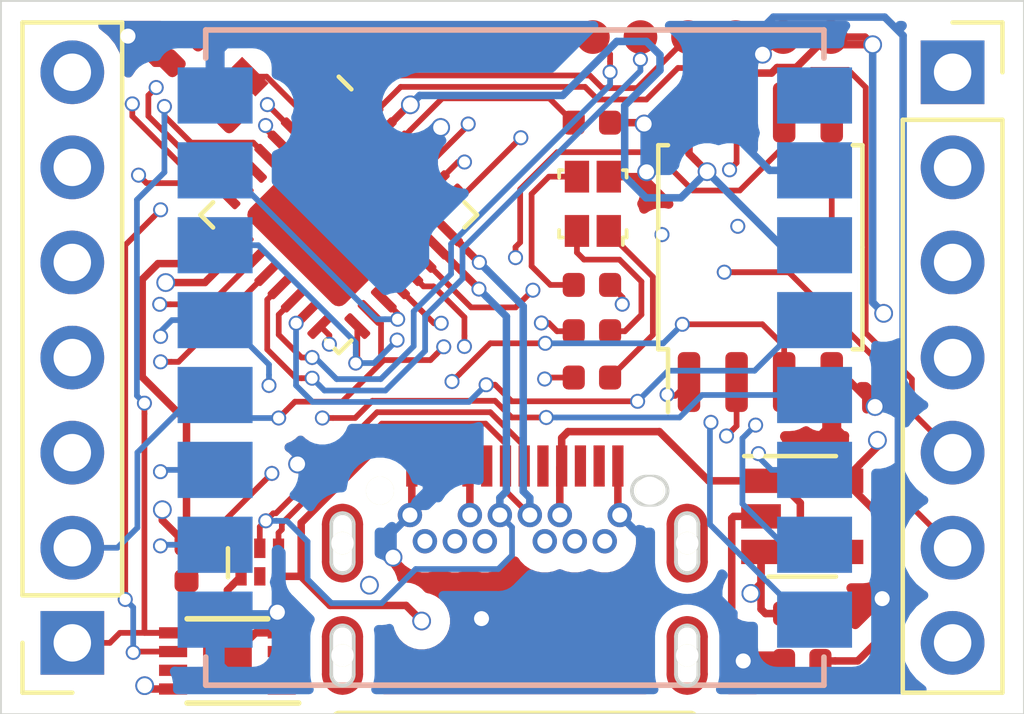
<source format=kicad_pcb>
(kicad_pcb (version 20171130) (host pcbnew "(5.1.4-0-10_14)")
  (layers (0 F.Cu signal hide) (1 In1.Cu signal hide) (2 In2.Cu signal hide) (31 B.Cu signal) (34 B.Paste user) (35 F.Paste user) (36 B.SilkS user) (37 F.SilkS user) (38 B.Mask user) (39 F.Mask user) (44 Edge.Cuts user))
  (net 0 "")
  (net 1 "Net-(C5-Pad1)")
  (net 2 "Net-(C7-Pad1)")
  (net 3 "Net-(C8-Pad1)")
  (net 4 "Net-(D1-Pad5)")
  (net 5 "Net-(D1-Pad3)")
  (net 6 "Net-(J1-PadB11)")
  (net 7 "Net-(J1-PadB10)")
  (net 8 "Net-(J1-PadB8)")
  (net 9 "Net-(J1-PadB5)")
  (net 10 "Net-(J1-PadB3)")
  (net 11 "Net-(J1-PadB2)")
  (net 12 "Net-(J1-PadA11)")
  (net 13 "Net-(J1-PadA10)")
  (net 14 "Net-(J1-PadA8)")
  (net 15 "Net-(J1-PadA5)")
  (net 16 "Net-(J1-PadA3)")
  (net 17 "Net-(J1-PadA2)")
  (net 18 "Net-(U1-Pad4)")
  (net 19 "Net-(U2-Pad1)")
  (net 20 GND)
  (net 21 +5V)
  (net 22 +3V3)
  (net 23 /D+)
  (net 24 /D-)
  (net 25 "Net-(D2-Pad3)")
  (net 26 "Net-(D2-Pad2)")
  (net 27 "Net-(D2-Pad1)")
  (net 28 /SWCLK)
  (net 29 /SWDIO)
  (net 30 /TX)
  (net 31 /RX)
  (net 32 /R)
  (net 33 /G)
  (net 34 /B)
  (net 35 /LRESET)
  (net 36 /DIO0)
  (net 37 /DIO1)
  (net 38 /DIO2)
  (net 39 /DIO3)
  (net 40 /DIO4)
  (net 41 /DIO5)
  (net 42 /SCK)
  (net 43 /MISO)
  (net 44 /MOSI)
  (net 45 /NSS)
  (net 46 /SCL)
  (net 47 /SDA)
  (net 48 /MCS)
  (net 49 /MRESET)
  (net 50 /WP)
  (net 51 /PA28)
  (net 52 /PA27)
  (net 53 /PA23)
  (net 54 /PA02)
  (net 55 "Net-(R4-Pad1)")
  (module RF_Module:Ai-Thinker-Ra-01-LoRa (layer B.Cu) (at 105.00868 88.75522 180)
    (fp_text reference U2)
    (fp_text value Ai-Thinker-Ra-01)
    (pad 1 smd rect (at -8 7 180) (size 2 1.5) (layers B.Cu B.Paste B.Mask) (net 19 "Net-(U2-Pad1)"))
    (pad 2 smd rect (at -8 5 180) (size 2 1.5) (layers B.Cu B.Paste B.Mask) (net 20 GND))
    (pad 3 smd rect (at -8 3 180) (size 2 1.5) (layers B.Cu B.Paste B.Mask) (net 22 +3V3))
    (pad 4 smd rect (at -8 1 180) (size 2 1.5) (layers B.Cu B.Paste B.Mask) (net 35 /LRESET))
    (pad 5 smd rect (at -8 -1 180) (size 2 1.5) (layers B.Cu B.Paste B.Mask) (net 36 /DIO0))
    (pad 6 smd rect (at -8 -3 180) (size 2 1.5) (layers B.Cu B.Paste B.Mask) (net 37 /DIO1))
    (pad 7 smd rect (at -8 -5 180) (size 2 1.5) (layers B.Cu B.Paste B.Mask) (net 38 /DIO2))
    (pad 8 smd rect (at -8 -7 180) (size 2 1.5) (layers B.Cu B.Paste B.Mask) (net 39 /DIO3))
    (pad 9 smd rect (at 8 -7 180) (size 2 1.5) (layers B.Cu B.Paste B.Mask) (net 20 GND))
    (pad 10 smd rect (at 8 -5 180) (size 2 1.5) (layers B.Cu B.Paste B.Mask) (net 40 /DIO4))
    (pad 11 smd rect (at 8 -3 180) (size 2 1.5) (layers B.Cu B.Paste B.Mask) (net 41 /DIO5))
    (pad 12 smd rect (at 8 -1 180) (size 2 1.5) (layers B.Cu B.Paste B.Mask) (net 42 /SCK))
    (pad 13 smd rect (at 8 1 180) (size 2 1.5) (layers B.Cu B.Paste B.Mask) (net 43 /MISO))
    (pad 14 smd rect (at 8 3 180) (size 2 1.5) (layers B.Cu B.Paste B.Mask) (net 44 /MOSI))
    (pad 15 smd rect (at 8 5 180) (size 2 1.5) (layers B.Cu B.Paste B.Mask) (net 45 /NSS))
    (pad 16 smd rect (at 8 7 180) (size 2 1.5) (layers B.Cu B.Paste B.Mask) (net 20 GND))
  )
  (module Package_DFN_QFN:QFN-32-1EP_5x5mm_P0.5mm_EP3.6x3.6mm (layer F.Cu) (at 100.30968 84.94522 315)
    (fp_text reference U3)
    (fp_text value ATSAMD21G18A-AUT)
    (pad 32 smd roundrect (at -1.75 -2.45 315) (size 0.25 0.8) (layers F.Cu F.Paste F.Mask) (net 29 /SWDIO))
    (pad 31 smd roundrect (at -1.25 -2.45 315) (size 0.25 0.8) (layers F.Cu F.Paste F.Mask) (net 28 /SWCLK))
    (pad 30 smd roundrect (at -0.75 -2.45 315) (size 0.25 0.8) (layers F.Cu F.Paste F.Mask) (net 22 +3V3))
    (pad 29 smd roundrect (at -0.25 -2.45 315) (size 0.25 0.8) (layers F.Cu F.Paste F.Mask) (net 1 "Net-(C5-Pad1)"))
    (pad 28 smd roundrect (at 0.25 -2.45 315) (size 0.25 0.8) (layers F.Cu F.Paste F.Mask) (net 20 GND))
    (pad 27 smd roundrect (at 0.75 -2.45 315) (size 0.25 0.8) (layers F.Cu F.Paste F.Mask) (net 51 /PA28))
    (pad 26 smd roundrect (at 1.25 -2.45 315) (size 0.25 0.8) (layers F.Cu F.Paste F.Mask) (net 55 "Net-(R4-Pad1)"))
    (pad 25 smd roundrect (at 1.75 -2.45 315) (size 0.25 0.8) (layers F.Cu F.Paste F.Mask) (net 52 /PA27))
    (pad 24 smd roundrect (at 2.45 -1.75 315) (size 0.8 0.25) (layers F.Cu F.Paste F.Mask) (net 23 /D+))
    (pad 23 smd roundrect (at 2.45 -1.25 315) (size 0.8 0.25) (layers F.Cu F.Paste F.Mask) (net 24 /D-))
    (pad 22 smd roundrect (at 2.45 -0.75 315) (size 0.8 0.25) (layers F.Cu F.Paste F.Mask) (net 53 /PA23))
    (pad 21 smd roundrect (at 2.45 -0.25 315) (size 0.8 0.25) (layers F.Cu F.Paste F.Mask) (net 48 /MCS))
    (pad 20 smd roundrect (at 2.45 0.25 315) (size 0.8 0.25) (layers F.Cu F.Paste F.Mask) (net 43 /MISO))
    (pad 19 smd roundrect (at 2.45 0.75 315) (size 0.8 0.25) (layers F.Cu F.Paste F.Mask) (net 45 /NSS))
    (pad 18 smd roundrect (at 2.45 1.25 315) (size 0.8 0.25) (layers F.Cu F.Paste F.Mask) (net 42 /SCK))
    (pad 17 smd roundrect (at 2.45 1.75 315) (size 0.8 0.25) (layers F.Cu F.Paste F.Mask) (net 44 /MOSI))
    (pad 16 smd roundrect (at 1.75 2.45 315) (size 0.25 0.8) (layers F.Cu F.Paste F.Mask) (net 36 /DIO0))
    (pad 15 smd roundrect (at 1.25 2.45 315) (size 0.25 0.8) (layers F.Cu F.Paste F.Mask) (net 35 /LRESET))
    (pad 14 smd roundrect (at 0.75 2.45 315) (size 0.25 0.8) (layers F.Cu F.Paste F.Mask) (net 31 /RX))
    (pad 13 smd roundrect (at 0.25 2.45 315) (size 0.25 0.8) (layers F.Cu F.Paste F.Mask) (net 30 /TX))
    (pad 12 smd roundrect (at -0.25 2.45 315) (size 0.25 0.8) (layers F.Cu F.Paste F.Mask) (net 49 /MRESET))
    (pad 11 smd roundrect (at -0.75 2.45 315) (size 0.25 0.8) (layers F.Cu F.Paste F.Mask) (net 50 /WP))
    (pad 10 smd roundrect (at -1.25 2.45 315) (size 0.25 0.8) (layers F.Cu F.Paste F.Mask) (net 20 GND))
    (pad 9 smd roundrect (at -1.75 2.45 315) (size 0.25 0.8) (layers F.Cu F.Paste F.Mask) (net 22 +3V3))
    (pad 8 smd roundrect (at -2.45 1.75 315) (size 0.8 0.25) (layers F.Cu F.Paste F.Mask) (net 32 /R))
    (pad 7 smd roundrect (at -2.45 1.25 315) (size 0.8 0.25) (layers F.Cu F.Paste F.Mask) (net 33 /G))
    (pad 6 smd roundrect (at -2.45 0.75 315) (size 0.8 0.25) (layers F.Cu F.Paste F.Mask) (net 34 /B))
    (pad 5 smd roundrect (at -2.45 0.25 315) (size 0.8 0.25) (layers F.Cu F.Paste F.Mask) (net 47 /SDA))
    (pad 4 smd roundrect (at -2.45 -0.25 315) (size 0.8 0.25) (layers F.Cu F.Paste F.Mask) (net 46 /SCL))
    (pad 3 smd roundrect (at -2.45 -0.75 315) (size 0.8 0.25) (layers F.Cu F.Paste F.Mask) (net 54 /PA02))
    (pad 2 smd roundrect (at -2.45 -1.25 315) (size 0.8 0.25) (layers F.Cu F.Paste F.Mask) (net 3 "Net-(C8-Pad1)"))
    (pad 1 smd roundrect (at -2.45 -1.75 315) (size 0.8 0.25) (layers F.Cu F.Paste F.Mask) (net 2 "Net-(C7-Pad1)"))
    (pad 33 smd roundrect (at 0 0 315) (size 3.6 3.6) (layers F.Cu F.Mask) (roundrect_rratio 0.06944400000000001))
  )
  (module Package_SON:Fairchild_MicroPak-6_1.0x1.45mm_P0.5mm (layer F.Cu) (at 98.20148 94.21622 270)
    (fp_text reference D1)
    (fp_text value TPD4S012DRYR)
    (pad 1 smd rect (at -0.3675 -0.5 270) (size 0.52 0.3) (layers F.Cu F.Paste F.Mask) (net 23 /D+))
    (pad 2 smd rect (at -0.3675 0 270) (size 0.52 0.3) (layers F.Cu F.Paste F.Mask) (net 24 /D-))
    (pad 3 smd rect (at -0.3675 0.5 270) (size 0.52 0.3) (layers F.Cu F.Paste F.Mask) (net 5 "Net-(D1-Pad3)"))
    (pad 4 smd rect (at 0.3825 0.5 270) (size 0.49 0.3) (layers F.Cu F.Paste F.Mask) (net 20 GND))
    (pad 5 smd rect (at 0.3825 0 270) (size 0.49 0.3) (layers F.Cu F.Paste F.Mask) (net 4 "Net-(D1-Pad5)"))
    (pad 6 smd rect (at 0.3825 -0.5 270) (size 0.49 0.3) (layers F.Cu F.Paste F.Mask) (net 21 +5V))
  )
  (module Package_DFN_QFN:DFN-8-1EP_3x2mm_P0.5mm_EP1.3x1.5mm (layer F.Cu) (at 97.33788 96.85782 180)
    (fp_text reference U4)
    (fp_text value ATECC608A-MAHDA)
    (pad 9 smd rect (at 0 0 180) (size 1.3 1.5) (layers F.Cu F.Mask) (net 20 GND))
    (pad 8 smd rect (at 1.45 -0.75 180) (size 0.75 0.3) (layers F.Cu F.Paste F.Mask) (net 22 +3V3))
    (pad 7 smd rect (at 1.45 -0.25 180) (size 0.75 0.3) (layers F.Cu F.Paste F.Mask))
    (pad 6 smd rect (at 1.45 0.25 180) (size 0.75 0.3) (layers F.Cu F.Paste F.Mask) (net 46 /SCL))
    (pad 5 smd rect (at 1.45 0.75 180) (size 0.75 0.3) (layers F.Cu F.Paste F.Mask) (net 47 /SDA))
    (pad 4 smd rect (at -1.45 0.75 180) (size 0.75 0.3) (layers F.Cu F.Paste F.Mask) (net 20 GND))
    (pad 3 smd rect (at -1.45 0.25 180) (size 0.75 0.3) (layers F.Cu F.Paste F.Mask))
    (pad 2 smd rect (at -1.45 -0.25 180) (size 0.75 0.3) (layers F.Cu F.Paste F.Mask))
    (pad 1 smd rect (at -1.45 -0.75 180) (size 0.75 0.3) (layers F.Cu F.Paste F.Mask))
  )
  (module Resistor_SMD:R_0402_1005Metric (layer F.Cu) (at 96.24568 94.23132 90)
    (fp_text reference R4)
    (fp_text value R)
    (pad 2 smd roundrect (at 0.485 0 90) (size 0.59 0.64) (layers F.Cu F.Paste F.Mask) (net 22 +3V3))
    (pad 1 smd roundrect (at -0.485 0 90) (size 0.59 0.64) (layers F.Cu F.Paste F.Mask) (net 55 "Net-(R4-Pad1)"))
  )
  (module Resistor_SMD:R_0402_1005Metric (layer F.Cu) (at 107.06608 86.81502)
    (fp_text reference R3)
    (fp_text value R)
    (pad 2 smd roundrect (at 0.485 0) (size 0.59 0.64) (layers F.Cu F.Paste F.Mask) (net 34 /B))
    (pad 1 smd roundrect (at -0.485 0) (size 0.59 0.64) (layers F.Cu F.Paste F.Mask) (net 25 "Net-(D2-Pad3)"))
  )
  (module Resistor_SMD:R_0402_1005Metric (layer F.Cu) (at 107.06608 88.05182 180)
    (fp_text reference R2)
    (fp_text value R)
    (pad 2 smd roundrect (at 0.485 0 180) (size 0.59 0.64) (layers F.Cu F.Paste F.Mask) (net 33 /G))
    (pad 1 smd roundrect (at -0.485 0 180) (size 0.59 0.64) (layers F.Cu F.Paste F.Mask) (net 26 "Net-(D2-Pad2)"))
  )
  (module Resistor_SMD:R_0402_1005Metric (layer F.Cu) (at 107.06608 89.28862 180)
    (fp_text reference R1)
    (fp_text value R)
    (pad 2 smd roundrect (at 0.485 0 180) (size 0.59 0.64) (layers F.Cu F.Paste F.Mask) (net 32 /R))
    (pad 1 smd roundrect (at -0.485 0 180) (size 0.59 0.64) (layers F.Cu F.Paste F.Mask) (net 27 "Net-(D2-Pad1)"))
  )
  (module Connector_PinSocket_2.54mm:PinSocket_1x07_P2.54mm_Vertical (layer F.Cu) (at 116.69268 81.13522)
    (fp_text reference J4)
    (fp_text value Conn_01x07)
    (pad 7 thru_hole oval (at 0 15.24) (size 1.7 1.7) (drill 1) (layers *.Cu *.Mask) (net 43 /MISO))
    (pad 6 thru_hole oval (at 0 12.7) (size 1.7 1.7) (drill 1) (layers *.Cu *.Mask) (net 44 /MOSI))
    (pad 5 thru_hole oval (at 0 10.16) (size 1.7 1.7) (drill 1) (layers *.Cu *.Mask) (net 42 /SCK))
    (pad 4 thru_hole oval (at 0 7.62) (size 1.7 1.7) (drill 1) (layers *.Cu *.Mask) (net 51 /PA28))
    (pad 3 thru_hole oval (at 0 5.08) (size 1.7 1.7) (drill 1) (layers *.Cu *.Mask) (net 52 /PA27))
    (pad 2 thru_hole oval (at 0 2.54) (size 1.7 1.7) (drill 1) (layers *.Cu *.Mask) (net 53 /PA23))
    (pad 1 thru_hole rect (at 0 0) (size 1.7 1.7) (drill 1) (layers *.Cu *.Mask) (net 54 /PA02))
  )
  (module Connector_PinSocket_2.54mm:PinSocket_1x07_P2.54mm_Vertical (layer F.Cu) (at 93.19768 96.37522 180)
    (fp_text reference J3)
    (fp_text value Conn_01x07)
    (pad 7 thru_hole oval (at 0 15.24 180) (size 1.7 1.7) (drill 1) (layers *.Cu *.Mask) (net 37 /DIO1))
    (pad 6 thru_hole oval (at 0 12.7 180) (size 1.7 1.7) (drill 1) (layers *.Cu *.Mask) (net 38 /DIO2))
    (pad 5 thru_hole oval (at 0 10.16 180) (size 1.7 1.7) (drill 1) (layers *.Cu *.Mask) (net 39 /DIO3))
    (pad 4 thru_hole oval (at 0 7.62 180) (size 1.7 1.7) (drill 1) (layers *.Cu *.Mask) (net 40 /DIO4))
    (pad 3 thru_hole oval (at 0 5.08 180) (size 1.7 1.7) (drill 1) (layers *.Cu *.Mask) (net 41 /DIO5))
    (pad 2 thru_hole oval (at 0 2.54 180) (size 1.7 1.7) (drill 1) (layers *.Cu *.Mask) (net 42 /SCK))
    (pad 1 thru_hole rect (at 0 0 180) (size 1.7 1.7) (drill 1) (layers *.Cu *.Mask) (net 47 /SDA))
  )
  (module digikey-footprints:LED_Dual0603 (layer F.Cu) (at 107.09108 84.64822 180)
    (fp_text reference D2)
    (fp_text value LTST-C19HE1WT)
    (pad 4 smd rect (at -0.425 0.725 180) (size 0.65 0.85) (layers F.Cu F.Paste F.Mask) (net 20 GND))
    (pad 3 smd rect (at 0.425 0.725 180) (size 0.65 0.85) (layers F.Cu F.Paste F.Mask) (net 25 "Net-(D2-Pad3)"))
    (pad 2 smd rect (at 0.425 -0.725 180) (size 0.65 0.85) (layers F.Cu F.Paste F.Mask) (net 26 "Net-(D2-Pad2)"))
    (pad 1 smd rect (at -0.425 -0.725 180) (size 0.65 0.85) (layers F.Cu F.Paste F.Mask) (net 27 "Net-(D2-Pad1)"))
  )
  (module Pads_1.27mm:1.27mm_pads_01x06 (layer F.Cu) (at 110.26648 80.19542)
    (fp_text reference J2)
    (fp_text value Conn_01x06)
    (pad 6 smd circle (at 3.175 0) (size 0.9 0.9) (layers F.Cu F.Paste F.Mask) (net 22 +3V3))
    (pad 5 smd circle (at 1.905 0) (size 0.9 0.9) (layers F.Cu F.Paste F.Mask) (net 20 GND))
    (pad 4 smd circle (at 0.635 0) (size 0.9 0.9) (layers F.Cu F.Paste F.Mask) (net 28 /SWCLK))
    (pad 3 smd circle (at -0.635 0) (size 0.9 0.9) (layers F.Cu F.Paste F.Mask) (net 29 /SWDIO))
    (pad 2 smd circle (at -1.905 0) (size 0.9 0.9) (layers F.Cu F.Paste F.Mask) (net 30 /TX))
    (pad 1 smd circle (at -3.175 0) (size 0.9 0.9) (layers F.Cu F.Paste F.Mask) (net 31 /RX))
  )
  (module Package_SO:SOIC-8_5.23x5.23mm_P1.27mm (layer F.Cu) (at 111.56188 85.80882 90)
    (fp_text reference U5)
    (fp_text value W25Q32JVSSIQ_TR)
    (pad 8 smd roundrect (at 3.6 -1.905 90) (size 1.6 0.6) (layers F.Cu F.Paste F.Mask) (net 22 +3V3))
    (pad 7 smd roundrect (at 3.6 -0.635 90) (size 1.6 0.6) (layers F.Cu F.Paste F.Mask) (net 49 /MRESET))
    (pad 6 smd roundrect (at 3.6 0.635 90) (size 1.6 0.6) (layers F.Cu F.Paste F.Mask) (net 42 /SCK))
    (pad 5 smd roundrect (at 3.6 1.905 90) (size 1.6 0.6) (layers F.Cu F.Paste F.Mask) (net 44 /MOSI))
    (pad 4 smd roundrect (at -3.6 1.905 90) (size 1.6 0.6) (layers F.Cu F.Paste F.Mask) (net 20 GND))
    (pad 3 smd roundrect (at -3.6 0.635 90) (size 1.6 0.6) (layers F.Cu F.Paste F.Mask) (net 50 /WP))
    (pad 2 smd roundrect (at -3.6 -0.635 90) (size 1.6 0.6) (layers F.Cu F.Paste F.Mask) (net 43 /MISO))
    (pad 1 smd roundrect (at -3.6 -1.905 90) (size 1.6 0.6) (layers F.Cu F.Paste F.Mask) (net 48 /MCS))
  )
  (module Package_TO_SOT_SMD:SOT-23-5 (layer F.Cu) (at 112.67948 92.99702)
    (fp_text reference U1)
    (fp_text value LP5907MFX-3_3_NOPB)
    (pad 5 smd rect (at 1.1 -0.95) (size 1.06 0.65) (layers F.Cu F.Paste F.Mask) (net 22 +3V3))
    (pad 4 smd rect (at 1.1 0.95) (size 1.06 0.65) (layers F.Cu F.Paste F.Mask) (net 18 "Net-(U1-Pad4)"))
    (pad 3 smd rect (at -1.1 0.95) (size 1.06 0.65) (layers F.Cu F.Paste F.Mask) (net 21 +5V))
    (pad 2 smd rect (at -1.1 0) (size 1.06 0.65) (layers F.Cu F.Paste F.Mask) (net 20 GND))
    (pad 1 smd rect (at -1.1 -0.95) (size 1.06 0.65) (layers F.Cu F.Paste F.Mask) (net 21 +5V))
  )
  (module ABS05-32.768KHZ-T:ABS05-32.768KHZ-T (layer F.Cu) (at 98.68408 80.47482 225)
    (fp_text reference Y1 hide)
    (fp_text value Crystal hide)
    (pad 1 smd rect (at 0 0 225) (size 0.5 1) (layers F.Cu F.Paste F.Mask) (net 2 "Net-(C7-Pad1)"))
    (pad 2 smd rect (at 1.1 0 225) (size 0.5 1) (layers F.Cu F.Paste F.Mask) (net 3 "Net-(C8-Pad1)"))
  )
  (module DX07S024XJ1R1100:JAE_DX07S024XJ1R1100 (layer F.Cu) (at 105.00868 92.31122)
    (fp_text reference J1)
    (fp_text value DX07S024XJ1R1100)
    (fp_line (start 4.175 4.9) (end 4.175 3.9) (layer F.Cu) (width 0.25))
    (fp_arc (start 4.6 4.9) (end 4.175 4.9) (angle -90) (layer F.Cu) (width 0.25))
    (fp_arc (start 4.6 4.9) (end 4.6 5.325) (angle -90) (layer F.Cu) (width 0.25))
    (fp_line (start 5.025 3.9) (end 5.025 4.9) (layer F.Cu) (width 0.25))
    (fp_arc (start 4.6 3.9) (end 5.025 3.9) (angle -90) (layer F.Cu) (width 0.25))
    (fp_arc (start 4.6 3.9) (end 4.6 3.475) (angle -90) (layer F.Cu) (width 0.25))
    (fp_line (start 4.3 4.9) (end 4.3 3.9) (layer Edge.Cuts) (width 0.1))
    (fp_arc (start 4.6 4.9) (end 4.3 4.9) (angle -90) (layer Edge.Cuts) (width 0.1))
    (fp_arc (start 4.6 4.9) (end 4.6 5.2) (angle -90) (layer Edge.Cuts) (width 0.1))
    (fp_line (start 4.9 3.9) (end 4.9 4.9) (layer Edge.Cuts) (width 0.1))
    (fp_arc (start 4.6 3.9) (end 4.9 3.9) (angle -90) (layer Edge.Cuts) (width 0.1))
    (fp_arc (start 4.6 3.9) (end 4.6 3.6) (angle -90) (layer Edge.Cuts) (width 0.1))
    (fp_line (start 4.175 1.9) (end 4.175 0.9) (layer F.Cu) (width 0.25))
    (fp_arc (start 4.6 1.9) (end 4.175 1.9) (angle -90) (layer F.Cu) (width 0.25))
    (fp_arc (start 4.6 1.9) (end 4.6 2.325) (angle -90) (layer F.Cu) (width 0.25))
    (fp_line (start 5.025 0.9) (end 5.025 1.9) (layer F.Cu) (width 0.25))
    (fp_arc (start 4.6 0.9) (end 5.025 0.9) (angle -90) (layer F.Cu) (width 0.25))
    (fp_arc (start 4.6 0.9) (end 4.6 0.475) (angle -90) (layer F.Cu) (width 0.25))
    (fp_line (start 4.3 1.9) (end 4.3 0.9) (layer Edge.Cuts) (width 0.1))
    (fp_arc (start 4.6 1.9) (end 4.3 1.9) (angle -90) (layer Edge.Cuts) (width 0.1))
    (fp_arc (start 4.6 1.9) (end 4.6 2.2) (angle -90) (layer Edge.Cuts) (width 0.1))
    (fp_line (start 4.9 0.9) (end 4.9 1.9) (layer Edge.Cuts) (width 0.1))
    (fp_arc (start 4.6 0.9) (end 4.9 0.9) (angle -90) (layer Edge.Cuts) (width 0.1))
    (fp_arc (start 4.6 0.9) (end 4.6 0.6) (angle -90) (layer Edge.Cuts) (width 0.1))
    (fp_line (start -5.025 4.9) (end -5.025 3.9) (layer F.Cu) (width 0.25))
    (fp_arc (start -4.6 4.9) (end -5.025 4.9) (angle -90) (layer F.Cu) (width 0.25))
    (fp_arc (start -4.6 4.9) (end -4.6 5.325) (angle -90) (layer F.Cu) (width 0.25))
    (fp_line (start -4.175 3.9) (end -4.175 4.9) (layer F.Cu) (width 0.25))
    (fp_arc (start -4.6 3.9) (end -4.175 3.9) (angle -90) (layer F.Cu) (width 0.25))
    (fp_arc (start -4.6 3.9) (end -4.6 3.475) (angle -90) (layer F.Cu) (width 0.25))
    (fp_line (start -4.9 4.9) (end -4.9 3.9) (layer Edge.Cuts) (width 0.1))
    (fp_arc (start -4.6 4.9) (end -4.9 4.9) (angle -90) (layer Edge.Cuts) (width 0.1))
    (fp_arc (start -4.6 4.9) (end -4.6 5.2) (angle -90) (layer Edge.Cuts) (width 0.1))
    (fp_line (start -4.3 3.9) (end -4.3 4.9) (layer Edge.Cuts) (width 0.1))
    (fp_arc (start -4.6 3.9) (end -4.3 3.9) (angle -90) (layer Edge.Cuts) (width 0.1))
    (fp_arc (start -4.6 3.9) (end -4.6 3.6) (angle -90) (layer Edge.Cuts) (width 0.1))
    (fp_line (start -5.025 1.9) (end -5.025 0.9) (layer F.Cu) (width 0.25))
    (fp_arc (start -4.6 1.9) (end -5.025 1.9) (angle -90) (layer F.Cu) (width 0.25))
    (fp_arc (start -4.6 1.9) (end -4.6 2.325) (angle -90) (layer F.Cu) (width 0.25))
    (fp_line (start -4.175 0.9) (end -4.175 1.9) (layer F.Cu) (width 0.25))
    (fp_arc (start -4.6 0.9) (end -4.175 0.9) (angle -90) (layer F.Cu) (width 0.25))
    (fp_arc (start -4.6 0.9) (end -4.6 0.475) (angle -90) (layer F.Cu) (width 0.25))
    (fp_line (start -4.9 1.9) (end -4.9 0.9) (layer Edge.Cuts) (width 0.1))
    (fp_arc (start -4.6 1.9) (end -4.9 1.9) (angle -90) (layer Edge.Cuts) (width 0.1))
    (fp_arc (start -4.6 1.9) (end -4.6 2.2) (angle -90) (layer Edge.Cuts) (width 0.1))
    (fp_line (start -4.3 0.9) (end -4.3 1.9) (layer Edge.Cuts) (width 0.1))
    (fp_arc (start -4.6 0.9) (end -4.3 0.9) (angle -90) (layer Edge.Cuts) (width 0.1))
    (fp_arc (start -4.6 0.9) (end -4.6 0.6) (angle -90) (layer Edge.Cuts) (width 0.1))
    (fp_line (start 3.5 -0.375) (end 3.7 -0.375) (layer Edge.Cuts) (width 0.1))
    (fp_arc (start 3.5 0) (end 3.5 -0.375) (angle -90) (layer Edge.Cuts) (width 0.1))
    (fp_arc (start 3.5 0) (end 3.125 0) (angle -90) (layer Edge.Cuts) (width 0.1))
    (fp_line (start 3.7 0.375) (end 3.5 0.375) (layer Edge.Cuts) (width 0.1))
    (fp_arc (start 3.7 0) (end 3.7 0.375) (angle -90) (layer Edge.Cuts) (width 0.1))
    (fp_arc (start 3.7 0) (end 4.075 0) (angle -90) (layer Edge.Cuts) (width 0.1))
    (pad Hole np_thru_hole circle (at 4.6 4.4) (size 0.6 0.6) (drill 0.6) (layers *.Cu *.Mask F.SilkS))
    (pad Hole np_thru_hole circle (at 4.6 1.4) (size 0.6 0.6) (drill 0.6) (layers *.Cu *.Mask F.SilkS))
    (pad Hole np_thru_hole circle (at -4.6 4.4) (size 0.6 0.6) (drill 0.6) (layers *.Cu *.Mask F.SilkS))
    (pad Hole np_thru_hole circle (at -4.6 1.4) (size 0.6 0.6) (drill 0.6) (layers *.Cu *.Mask F.SilkS))
    (pad Hole np_thru_hole circle (at 3.6 0) (size 0.75 0.75) (drill 0.75) (layers *.Cu *.Mask F.SilkS))
    (pad B12 thru_hole circle (at -2.8 0.65) (size 0.65 0.65) (drill 0.4) (layers *.Cu *.Mask) (net 20 GND))
    (pad B11 thru_hole circle (at -2.4 1.35) (size 0.65 0.65) (drill 0.4) (layers *.Cu *.Mask) (net 6 "Net-(J1-PadB11)"))
    (pad B10 thru_hole circle (at -1.6 1.35) (size 0.65 0.65) (drill 0.4) (layers *.Cu *.Mask) (net 7 "Net-(J1-PadB10)"))
    (pad B9 thru_hole circle (at -1.2 0.65) (size 0.65 0.65) (drill 0.4) (layers *.Cu *.Mask) (net 21 +5V))
    (pad B8 thru_hole circle (at -0.8 1.35) (size 0.65 0.65) (drill 0.4) (layers *.Cu *.Mask) (net 8 "Net-(J1-PadB8)"))
    (pad B7 thru_hole circle (at -0.4 0.65) (size 0.65 0.65) (drill 0.4) (layers *.Cu *.Mask) (net 24 /D-))
    (pad B6 thru_hole circle (at 0.4 0.65) (size 0.65 0.65) (drill 0.4) (layers *.Cu *.Mask) (net 23 /D+))
    (pad B5 thru_hole circle (at 0.8 1.35) (size 0.65 0.65) (drill 0.4) (layers *.Cu *.Mask) (net 9 "Net-(J1-PadB5)"))
    (pad B4 thru_hole circle (at 1.2 0.65) (size 0.65 0.65) (drill 0.4) (layers *.Cu *.Mask) (net 21 +5V))
    (pad B3 thru_hole circle (at 1.6 1.35) (size 0.65 0.65) (drill 0.4) (layers *.Cu *.Mask) (net 10 "Net-(J1-PadB3)"))
    (pad B2 thru_hole circle (at 2.4 1.35) (size 0.65 0.65) (drill 0.4) (layers *.Cu *.Mask) (net 11 "Net-(J1-PadB2)"))
    (pad B1 thru_hole circle (at 2.8 0.65) (size 0.65 0.65) (drill 0.4) (layers *.Cu *.Mask) (net 20 GND))
    (pad A12 smd rect (at 2.75 -0.66) (size 0.3 1.1) (layers F.Cu F.Paste F.Mask) (net 20 GND))
    (pad A11 smd rect (at 2.25 -0.66) (size 0.3 1.1) (layers F.Cu F.Paste F.Mask) (net 12 "Net-(J1-PadA11)"))
    (pad A10 smd rect (at 1.75 -0.66) (size 0.3 1.1) (layers F.Cu F.Paste F.Mask) (net 13 "Net-(J1-PadA10)"))
    (pad A9 smd rect (at 1.25 -0.66) (size 0.3 1.1) (layers F.Cu F.Paste F.Mask) (net 21 +5V))
    (pad A8 smd rect (at 0.75 -0.66) (size 0.3 1.1) (layers F.Cu F.Paste F.Mask) (net 14 "Net-(J1-PadA8)"))
    (pad A7 smd rect (at 0.25 -0.66) (size 0.3 1.1) (layers F.Cu F.Paste F.Mask) (net 24 /D-))
    (pad A6 smd rect (at -0.25 -0.66) (size 0.3 1.1) (layers F.Cu F.Paste F.Mask) (net 23 /D+))
    (pad A5 smd rect (at -0.75 -0.66) (size 0.3 1.1) (layers F.Cu F.Paste F.Mask) (net 15 "Net-(J1-PadA5)"))
    (pad A4 smd rect (at -1.25 -0.66) (size 0.3 1.1) (layers F.Cu F.Paste F.Mask) (net 21 +5V))
    (pad A3 smd rect (at -1.75 -0.66) (size 0.3 1.1) (layers F.Cu F.Paste F.Mask) (net 16 "Net-(J1-PadA3)"))
    (pad A2 smd rect (at -2.25 -0.66) (size 0.3 1.1) (layers F.Cu F.Paste F.Mask) (net 17 "Net-(J1-PadA2)"))
    (pad A1 smd rect (at -2.75 -0.66) (size 0.3 1.1) (layers F.Cu F.Paste F.Mask) (net 20 GND))
    (pad Hole np_thru_hole circle (at -3.6 0) (size 0.75 0.75) (drill 0.75) (layers *.Cu *.Mask F.SilkS))
  )
  (module Capacitor_SMD:C_0402_1005Metric (layer F.Cu) (at 97.05848 82.04962 135)
    (fp_text reference C8)
    (fp_text value C)
    (pad 2 smd roundrect (at 0.485 0 135) (size 0.59 0.64) (layers F.Cu F.Paste F.Mask) (net 20 GND))
    (pad 1 smd roundrect (at -0.485 0 135) (size 0.59 0.64) (layers F.Cu F.Paste F.Mask) (net 3 "Net-(C8-Pad1)"))
  )
  (module Capacitor_SMD:C_0402_1005Metric (layer F.Cu) (at 96.19488 80.55102 225)
    (fp_text reference C7)
    (fp_text value C)
    (pad 2 smd roundrect (at 0.485 0 225) (size 0.59 0.64) (layers F.Cu F.Paste F.Mask) (net 20 GND))
    (pad 1 smd roundrect (at -0.485 0 225) (size 0.59 0.64) (layers F.Cu F.Paste F.Mask) (net 2 "Net-(C7-Pad1)"))
  )
  (module Capacitor_SMD:C_0402_1005Metric (layer F.Cu) (at 107.06608 82.48142)
    (fp_text reference C5)
    (fp_text value C)
    (pad 2 smd roundrect (at 0.485 0) (size 0.59 0.64) (layers F.Cu F.Paste F.Mask) (net 20 GND))
    (pad 1 smd roundrect (at -0.485 0) (size 0.59 0.64) (layers F.Cu F.Paste F.Mask) (net 1 "Net-(C5-Pad1)"))
  )
  (module Capacitor_SMD:C_0402_1005Metric (layer F.Cu) (at 112.67948 96.85782 180)
    (fp_text reference C2)
    (fp_text value C)
    (pad 2 smd roundrect (at 0.485 0 180) (size 0.59 0.64) (layers F.Cu F.Paste F.Mask) (net 20 GND))
    (pad 1 smd roundrect (at -0.485 0 180) (size 0.59 0.64) (layers F.Cu F.Paste F.Mask) (net 22 +3V3))
  )
  (module Capacitor_SMD:C_0402_1005Metric (layer F.Cu) (at 112.67948 95.59242)
    (fp_text reference C1)
    (fp_text value C)
    (pad 2 smd roundrect (at 0.485 0) (size 0.59 0.64) (layers F.Cu F.Paste F.Mask) (net 20 GND))
    (pad 1 smd roundrect (at -0.485 0) (size 0.59 0.64) (layers F.Cu F.Paste F.Mask) (net 21 +5V))
  )
  (gr_line (start 118.59768 98.28022) (end 91.29268 98.28022) (layer Edge.Cuts) (width 0.05))
  (gr_line (start 118.59768 79.23022) (end 118.59768 98.28022) (layer Edge.Cuts) (width 0.05))
  (gr_line (start 91.29268 79.23022) (end 118.59768 79.23022) (layer Edge.Cuts) (width 0.05))
  (gr_line (start 91.29268 98.28022) (end 91.29268 79.23022) (layer Edge.Cuts) (width 0.05))
  (segment (start 103.070167 81.83118) (end 102.218867 82.68248) (width 0.1524) (layer F.Cu) (net 1))
  (segment (start 105.93084 81.83118) (end 103.070167 81.83118) (width 0.1524) (layer F.Cu) (net 1))
  (segment (start 102.218867 82.68248) (end 101.865315 83.036032) (width 0.1524) (layer F.Cu) (net 1))
  (segment (start 106.58108 82.48142) (end 105.93084 81.83118) (width 0.1524) (layer F.Cu) (net 1))
  (segment (start 98.68408 80.844747) (end 98.68408 80.47482) (width 0.1524) (layer F.Cu) (net 2))
  (segment (start 99.814705 81.975372) (end 98.68408 80.844747) (width 0.1524) (layer F.Cu) (net 2))
  (segment (start 98.138027 79.928767) (end 98.68408 80.47482) (width 0.1524) (layer F.Cu) (net 2))
  (segment (start 96.817133 79.928767) (end 98.138027 79.928767) (width 0.1524) (layer F.Cu) (net 2))
  (segment (start 96.537827 80.208073) (end 96.817133 79.928767) (width 0.1524) (layer F.Cu) (net 2))
  (segment (start 98.384864 81.252637) (end 97.906263 81.252637) (width 0.1524) (layer F.Cu) (net 3))
  (segment (start 99.461152 82.328925) (end 98.384864 81.252637) (width 0.1524) (layer F.Cu) (net 3))
  (segment (start 97.906263 81.887731) (end 97.401427 82.392567) (width 0.1524) (layer F.Cu) (net 3))
  (segment (start 97.906263 81.252637) (end 97.906263 81.887731) (width 0.1524) (layer F.Cu) (net 3))
  (segment (start 98.08788 96.10782) (end 97.33788 96.85782) (width 0.2) (layer F.Cu) (net 20))
  (segment (start 98.78788 96.10782) (end 98.08788 96.10782) (width 0.2) (layer F.Cu) (net 20))
  (segment (start 97.47758 94.82262) (end 97.70148 94.59872) (width 0.2) (layer F.Cu) (net 20))
  (segment (start 97.47758 94.82582) (end 97.47758 94.82262) (width 0.2) (layer F.Cu) (net 20))
  (segment (start 97.33788 94.96552) (end 97.47758 94.82582) (width 0.2) (layer F.Cu) (net 20))
  (segment (start 97.33788 96.85782) (end 97.33788 94.96552) (width 0.2) (layer F.Cu) (net 20))
  (segment (start 95.902827 80.893967) (end 96.715533 81.706673) (width 0.2) (layer F.Cu) (net 20))
  (segment (start 95.851933 80.893967) (end 95.902827 80.893967) (width 0.2) (layer F.Cu) (net 20))
  (via (at 94.68358 80.17002) (size 0.5) (drill 0.4) (layers F.Cu B.Cu) (net 20))
  (segment (start 95.407527 80.893967) (end 94.68358 80.17002) (width 0.2) (layer F.Cu) (net 20))
  (segment (start 95.851933 80.893967) (end 95.407527 80.893967) (width 0.2) (layer F.Cu) (net 20))
  (segment (start 112.17148 80.19542) (end 112.078611 80.19542) (width 0.2) (layer F.Cu) (net 20))
  (segment (start 112.078611 80.19542) (end 111.619989 80.654042) (width 0.2) (layer F.Cu) (net 20))
  (via (at 111.619989 80.654042) (size 0.5) (drill 0.4) (layers F.Cu B.Cu) (net 20))
  (via (at 111.10468 96.85782) (size 0.5) (drill 0.4) (layers F.Cu B.Cu) (net 20))
  (segment (start 112.19448 96.85782) (end 111.10468 96.85782) (width 0.2) (layer F.Cu) (net 20))
  (segment (start 111.10468 96.00692) (end 111.10468 96.85782) (width 0.2) (layer F.Cu) (net 20))
  (segment (start 110.797079 95.699319) (end 111.10468 96.00692) (width 0.2) (layer F.Cu) (net 20))
  (segment (start 110.797079 93.049421) (end 110.797079 95.699319) (width 0.2) (layer F.Cu) (net 20))
  (segment (start 110.84948 92.99702) (end 110.797079 93.049421) (width 0.2) (layer F.Cu) (net 20))
  (segment (start 111.57948 92.99702) (end 110.84948 92.99702) (width 0.2) (layer F.Cu) (net 20))
  (via (at 114.62258 90.06332) (size 0.5) (drill 0.4) (layers F.Cu B.Cu) (net 20))
  (segment (start 108.133679 93.286219) (end 108.133679 93.289919) (width 0.2) (layer B.Cu) (net 20))
  (segment (start 107.80868 92.96122) (end 108.133679 93.286219) (width 0.2) (layer B.Cu) (net 20))
  (segment (start 108.133679 93.289919) (end 108.43768 93.59392) (width 0.2) (layer B.Cu) (net 20))
  (segment (start 108.43768 93.59392) (end 108.43768 94.96552) (width 0.2) (layer B.Cu) (net 20))
  (segment (start 108.43768 94.96552) (end 108.67898 95.20682) (width 0.2) (layer B.Cu) (net 20))
  (segment (start 108.67898 95.20682) (end 110.48238 95.20682) (width 0.2) (layer B.Cu) (net 20))
  (segment (start 110.854681 95.579121) (end 110.48238 95.20682) (width 0.2) (layer B.Cu) (net 20))
  (segment (start 110.854681 96.607821) (end 110.854681 95.579121) (width 0.2) (layer B.Cu) (net 20))
  (segment (start 111.10468 96.85782) (end 110.854681 96.607821) (width 0.2) (layer B.Cu) (net 20))
  (segment (start 108.38688 94.91472) (end 108.43768 94.96552) (width 0.2) (layer B.Cu) (net 20))
  (segment (start 102.25868 92.91122) (end 102.20868 92.96122) (width 0.2) (layer F.Cu) (net 20))
  (segment (start 102.25868 91.65122) (end 102.25868 92.91122) (width 0.2) (layer F.Cu) (net 20))
  (segment (start 107.75868 92.91122) (end 107.80868 92.96122) (width 0.2) (layer F.Cu) (net 20))
  (segment (start 107.75868 91.65122) (end 107.75868 92.91122) (width 0.2) (layer F.Cu) (net 20))
  (via (at 114.81308 95.19412) (size 0.5) (drill 0.4) (layers F.Cu B.Cu) (net 20))
  (segment (start 114.459527 95.19412) (end 114.81308 95.19412) (width 0.2) (layer F.Cu) (net 20))
  (segment (start 114.065827 95.58782) (end 114.459527 95.19412) (width 0.2) (layer F.Cu) (net 20))
  (segment (start 113.16908 95.58782) (end 114.065827 95.58782) (width 0.2) (layer F.Cu) (net 20))
  (segment (start 113.16448 95.59242) (end 113.16908 95.58782) (width 0.2) (layer F.Cu) (net 20))
  (via (at 98.67138 95.55683) (size 0.5) (drill 0.4) (layers F.Cu B.Cu) (net 20))
  (segment (start 98.78788 96.10782) (end 98.78788 95.67333) (width 0.2) (layer F.Cu) (net 20))
  (segment (start 98.78788 95.67333) (end 98.67138 95.55683) (width 0.2) (layer F.Cu) (net 20))
  (via (at 101.75748 94.08922) (size 0.5) (drill 0.4) (layers F.Cu B.Cu) (net 20))
  (segment (start 101.75748 93.41242) (end 101.75748 94.08922) (width 0.2) (layer B.Cu) (net 20))
  (segment (start 102.20868 92.96122) (end 101.75748 93.41242) (width 0.2) (layer B.Cu) (net 20))
  (via (at 104.11968 95.72752) (size 0.5) (drill 0.4) (layers F.Cu B.Cu) (net 20))
  (segment (start 115.24488 94.76232) (end 114.81308 95.19412) (width 0.2) (layer B.Cu) (net 20))
  (segment (start 115.24488 90.15476) (end 115.24488 94.76232) (width 0.2) (layer B.Cu) (net 20))
  (segment (start 115.15344 90.06332) (end 115.24488 90.15476) (width 0.2) (layer B.Cu) (net 20))
  (segment (start 114.62258 90.06332) (end 115.15344 90.06332) (width 0.2) (layer B.Cu) (net 20))
  (segment (start 108.813751 82.516638) (end 108.460198 82.516638) (width 0.2) (layer B.Cu) (net 20))
  (segment (start 111.619989 80.654042) (end 109.757393 82.516638) (width 0.2) (layer B.Cu) (net 20))
  (via (at 108.460198 82.516638) (size 0.5) (drill 0.4) (layers F.Cu B.Cu) (net 20))
  (segment (start 108.42498 82.48142) (end 108.460198 82.516638) (width 0.2) (layer F.Cu) (net 20))
  (segment (start 109.757393 82.516638) (end 108.813751 82.516638) (width 0.2) (layer B.Cu) (net 20))
  (segment (start 107.55108 82.48142) (end 108.42498 82.48142) (width 0.2) (layer F.Cu) (net 20))
  (segment (start 114.6175 90.06332) (end 114.62258 90.06332) (width 0.2) (layer F.Cu) (net 20))
  (segment (start 113.963 89.40882) (end 114.6175 90.06332) (width 0.2) (layer F.Cu) (net 20))
  (segment (start 113.46688 89.40882) (end 113.963 89.40882) (width 0.2) (layer F.Cu) (net 20))
  (via (at 99.209957 91.598436) (size 0.5) (drill 0.4) (layers F.Cu B.Cu) (net 20))
  (segment (start 102.998757 82.609696) (end 103.029006 82.609696) (width 0.2) (layer F.Cu) (net 20))
  (via (at 103.029006 82.609696) (size 0.5) (drill 0.4) (layers F.Cu B.Cu) (net 20))
  (segment (start 102.218868 83.389585) (end 102.998757 82.609696) (width 0.2) (layer F.Cu) (net 20))
  (segment (start 111.619989 79.951891) (end 111.619989 80.654042) (width 0.2) (layer B.Cu) (net 20))
  (segment (start 115.37188 80.15478) (end 114.87912 79.66202) (width 0.2) (layer B.Cu) (net 20))
  (segment (start 111.90986 79.66202) (end 111.619989 79.951891) (width 0.2) (layer B.Cu) (net 20))
  (segment (start 114.87912 79.66202) (end 111.90986 79.66202) (width 0.2) (layer B.Cu) (net 20))
  (segment (start 115.37188 89.84996) (end 115.37188 80.15478) (width 0.2) (layer B.Cu) (net 20))
  (segment (start 115.15852 90.06332) (end 115.37188 89.84996) (width 0.2) (layer B.Cu) (net 20))
  (segment (start 114.62258 90.06332) (end 115.15852 90.06332) (width 0.2) (layer B.Cu) (net 20))
  (via (at 95.690661 86.751776) (size 0.5) (drill 0.4) (layers F.Cu B.Cu) (net 20))
  (segment (start 97.693385 85.793748) (end 96.735357 86.751776) (width 0.2) (layer F.Cu) (net 20))
  (segment (start 96.735357 86.751776) (end 96.044214 86.751776) (width 0.2) (layer F.Cu) (net 20))
  (segment (start 96.044214 86.751776) (end 95.690661 86.751776) (width 0.2) (layer F.Cu) (net 20))
  (segment (start 108.460198 83.728902) (end 108.525983 83.794687) (width 0.2) (layer B.Cu) (net 20))
  (via (at 108.525983 83.794687) (size 0.5) (drill 0.4) (layers F.Cu B.Cu) (net 20))
  (segment (start 108.775982 83.544688) (end 108.525983 83.794687) (width 0.2) (layer B.Cu) (net 20))
  (segment (start 109.59795 82.72272) (end 108.775982 83.544688) (width 0.2) (layer B.Cu) (net 20))
  (segment (start 108.39745 83.92322) (end 108.525983 83.794687) (width 0.2) (layer F.Cu) (net 20))
  (segment (start 107.51608 83.92322) (end 108.39745 83.92322) (width 0.2) (layer F.Cu) (net 20))
  (segment (start 111.80868 83.75522) (end 110.77618 82.72272) (width 0.2) (layer B.Cu) (net 20))
  (segment (start 108.460198 82.516638) (end 108.460198 83.728902) (width 0.2) (layer B.Cu) (net 20))
  (segment (start 113.00868 83.75522) (end 111.80868 83.75522) (width 0.2) (layer B.Cu) (net 20))
  (segment (start 110.77618 82.72272) (end 109.59795 82.72272) (width 0.2) (layer B.Cu) (net 20))
  (segment (start 103.80868 91.70122) (end 103.75868 91.65122) (width 0.2) (layer F.Cu) (net 21))
  (segment (start 103.80868 92.96122) (end 103.80868 91.70122) (width 0.2) (layer F.Cu) (net 21))
  (segment (start 106.20868 91.70122) (end 106.25868 91.65122) (width 0.2) (layer F.Cu) (net 21))
  (segment (start 106.20868 92.96122) (end 106.20868 91.70122) (width 0.2) (layer F.Cu) (net 21))
  (via (at 111.30788 95.05442) (size 0.5) (drill 0.4) (layers F.Cu B.Cu) (net 21))
  (segment (start 111.57948 94.78282) (end 111.30788 95.05442) (width 0.2) (layer F.Cu) (net 21))
  (segment (start 111.57948 93.94702) (end 111.57948 94.78282) (width 0.2) (layer F.Cu) (net 21))
  (segment (start 99.05148 94.59872) (end 98.70148 94.59872) (width 0.2) (layer F.Cu) (net 21))
  (segment (start 99.05148 94.59872) (end 99.30638 94.59872) (width 0.2) (layer F.Cu) (net 21))
  (segment (start 103.610601 90.848819) (end 103.75868 90.996898) (width 0.2) (layer F.Cu) (net 21))
  (segment (start 101.627036 90.848819) (end 103.610601 90.848819) (width 0.2) (layer F.Cu) (net 21))
  (segment (start 99.30638 93.169475) (end 101.627036 90.848819) (width 0.2) (layer F.Cu) (net 21))
  (segment (start 103.75868 90.996898) (end 103.75868 91.65122) (width 0.2) (layer F.Cu) (net 21))
  (segment (start 99.30638 94.59872) (end 99.30638 93.169475) (width 0.2) (layer F.Cu) (net 21))
  (segment (start 111.69856 95.59242) (end 112.19448 95.59242) (width 0.2) (layer F.Cu) (net 21))
  (segment (start 111.57948 95.47334) (end 111.69856 95.59242) (width 0.2) (layer F.Cu) (net 21))
  (segment (start 111.57948 93.94702) (end 111.57948 95.47334) (width 0.2) (layer F.Cu) (net 21))
  (segment (start 106.25868 90.90122) (end 106.25868 91.65122) (width 0.2) (layer F.Cu) (net 21))
  (segment (start 108.86694 90.73388) (end 106.42602 90.73388) (width 0.2) (layer F.Cu) (net 21))
  (segment (start 110.18008 92.04702) (end 108.86694 90.73388) (width 0.2) (layer F.Cu) (net 21))
  (segment (start 106.42602 90.73388) (end 106.25868 90.90122) (width 0.2) (layer F.Cu) (net 21))
  (segment (start 111.57948 92.04702) (end 110.18008 92.04702) (width 0.2) (layer F.Cu) (net 21))
  (segment (start 112.62868 92.63888) (end 112.03682 92.04702) (width 0.2) (layer F.Cu) (net 21))
  (segment (start 112.03682 92.04702) (end 111.57948 92.04702) (width 0.2) (layer F.Cu) (net 21))
  (segment (start 112.62868 93.44406) (end 112.62868 92.63888) (width 0.2) (layer F.Cu) (net 21))
  (segment (start 112.12572 93.94702) (end 112.62868 93.44406) (width 0.2) (layer F.Cu) (net 21))
  (segment (start 111.57948 93.94702) (end 112.12572 93.94702) (width 0.2) (layer F.Cu) (net 21))
  (segment (start 102.105016 95.375921) (end 102.271206 95.542111) (width 0.2) (layer F.Cu) (net 21))
  (via (at 102.521205 95.79211) (size 0.5) (drill 0.4) (layers F.Cu B.Cu) (net 21))
  (segment (start 99.30026 94.59872) (end 100.077461 95.375921) (width 0.2) (layer F.Cu) (net 21))
  (segment (start 99.05148 94.59872) (end 99.30026 94.59872) (width 0.2) (layer F.Cu) (net 21))
  (segment (start 100.077461 95.375921) (end 102.105016 95.375921) (width 0.2) (layer F.Cu) (net 21))
  (segment (start 102.271206 95.542111) (end 102.521205 95.79211) (width 0.2) (layer F.Cu) (net 21))
  (via (at 114.68608 90.96502) (size 0.5) (drill 0.4) (layers F.Cu B.Cu) (net 22))
  (segment (start 114.35588 80.19542) (end 114.55908 80.39862) (width 0.2) (layer F.Cu) (net 22))
  (via (at 114.55908 80.39862) (size 0.5) (drill 0.4) (layers F.Cu B.Cu) (net 22))
  (segment (start 113.44148 80.19542) (end 114.35588 80.19542) (width 0.2) (layer F.Cu) (net 22))
  (segment (start 113.00868 85.75522) (end 113.48948 85.75522) (width 0.2) (layer B.Cu) (net 22))
  (via (at 110.13948 83.78952) (size 0.5) (drill 0.4) (layers F.Cu B.Cu) (net 22))
  (via (at 95.12808 97.518224) (size 0.5) (drill 0.4) (layers F.Cu B.Cu) (net 22))
  (segment (start 95.217676 97.60782) (end 95.12808 97.518224) (width 0.2) (layer F.Cu) (net 22))
  (segment (start 95.88788 97.60782) (end 95.217676 97.60782) (width 0.2) (layer F.Cu) (net 22))
  (via (at 95.600921 92.81922) (size 0.5) (drill 0.4) (layers F.Cu B.Cu) (net 22))
  (segment (start 96.24568 93.74632) (end 95.600921 93.101561) (width 0.2) (layer F.Cu) (net 22))
  (segment (start 95.600921 93.101561) (end 95.600921 92.81922) (width 0.2) (layer F.Cu) (net 22))
  (segment (start 109.8169 83.46694) (end 110.13948 83.78952) (width 0.2) (layer F.Cu) (net 22))
  (segment (start 109.65688 83.30692) (end 109.8169 83.46694) (width 0.2) (layer F.Cu) (net 22))
  (segment (start 109.65688 82.20882) (end 109.65688 83.30692) (width 0.2) (layer F.Cu) (net 22))
  (via (at 102.21999 82.004499) (size 0.5) (drill 0.4) (layers F.Cu B.Cu) (net 22))
  (segment (start 102.189741 82.004499) (end 102.21999 82.004499) (width 0.2) (layer F.Cu) (net 22))
  (segment (start 101.511762 82.682478) (end 102.189741 82.004499) (width 0.2) (layer F.Cu) (net 22))
  (via (at 101.128107 94.8349) (size 0.5) (drill 0.4) (layers F.Cu B.Cu) (net 22))
  (segment (start 114.68608 91.1352) (end 114.68608 90.96502) (width 0.2) (layer F.Cu) (net 22))
  (segment (start 114.21364 91.60764) (end 114.68608 91.1352) (width 0.2) (layer F.Cu) (net 22))
  (segment (start 114.21364 91.61286) (end 114.21364 91.60764) (width 0.2) (layer F.Cu) (net 22))
  (segment (start 113.77948 92.04702) (end 114.21364 91.61286) (width 0.2) (layer F.Cu) (net 22))
  (segment (start 113.55948 96.85782) (end 113.16448 96.85782) (width 0.2) (layer F.Cu) (net 22))
  (segment (start 113.77948 92.04702) (end 113.81228 92.04702) (width 0.2) (layer F.Cu) (net 22))
  (segment (start 114.1603 96.85782) (end 113.55948 96.85782) (width 0.2) (layer F.Cu) (net 22))
  (segment (start 115.315482 95.702638) (end 114.1603 96.85782) (width 0.2) (layer F.Cu) (net 22))
  (segment (start 115.315482 93.550222) (end 115.315482 95.702638) (width 0.2) (layer F.Cu) (net 22))
  (segment (start 113.81228 92.04702) (end 115.315482 93.550222) (width 0.2) (layer F.Cu) (net 22))
  (segment (start 113.129154 80.39862) (end 114.55908 80.39862) (width 0.2) (layer F.Cu) (net 22))
  (segment (start 112.009367 81.00822) (end 112.519554 81.00822) (width 0.2) (layer F.Cu) (net 22))
  (segment (start 111.378835 81.156444) (end 111.861143 81.156444) (width 0.2) (layer F.Cu) (net 22))
  (segment (start 110.57128 81.00822) (end 111.230611 81.00822) (width 0.2) (layer F.Cu) (net 22))
  (segment (start 111.861143 81.156444) (end 112.009367 81.00822) (width 0.2) (layer F.Cu) (net 22))
  (segment (start 110.24108 81.62462) (end 110.24108 81.33842) (width 0.2) (layer F.Cu) (net 22))
  (segment (start 111.230611 81.00822) (end 111.378835 81.156444) (width 0.2) (layer F.Cu) (net 22))
  (segment (start 112.519554 81.00822) (end 113.129154 80.39862) (width 0.2) (layer F.Cu) (net 22))
  (segment (start 110.24108 81.33842) (end 110.57128 81.00822) (width 0.2) (layer F.Cu) (net 22))
  (segment (start 109.65688 82.20882) (end 110.24108 81.62462) (width 0.2) (layer F.Cu) (net 22))
  (via (at 114.85227 87.5743) (size 0.5) (drill 0.4) (layers F.Cu B.Cu) (net 22))
  (segment (start 114.55908 87.28111) (end 114.602271 87.324301) (width 0.2) (layer B.Cu) (net 22))
  (segment (start 114.602271 87.324301) (end 114.85227 87.5743) (width 0.2) (layer B.Cu) (net 22))
  (segment (start 114.55908 80.39862) (end 114.55908 87.28111) (width 0.2) (layer B.Cu) (net 22))
  (segment (start 97.338205 85.440195) (end 97.339832 85.440195) (width 0.2) (layer F.Cu) (net 22))
  (segment (start 96.5327 86.2457) (end 97.338205 85.440195) (width 0.2) (layer F.Cu) (net 22))
  (segment (start 95.48622 86.2457) (end 96.5327 86.2457) (width 0.2) (layer F.Cu) (net 22))
  (segment (start 95.062991 86.668929) (end 95.48622 86.2457) (width 0.2) (layer F.Cu) (net 22))
  (segment (start 95.062991 89.274331) (end 95.062991 86.668929) (width 0.2) (layer F.Cu) (net 22))
  (segment (start 96.24568 90.45702) (end 95.062991 89.274331) (width 0.2) (layer F.Cu) (net 22))
  (segment (start 96.24568 93.74632) (end 96.24568 90.45702) (width 0.2) (layer F.Cu) (net 22))
  (segment (start 110.389479 84.039519) (end 110.13948 83.78952) (width 0.2) (layer B.Cu) (net 22))
  (segment (start 112.10518 85.75522) (end 110.389479 84.039519) (width 0.2) (layer B.Cu) (net 22))
  (segment (start 113.00868 85.75522) (end 112.10518 85.75522) (width 0.2) (layer B.Cu) (net 22))
  (segment (start 102.469989 81.7545) (end 102.21999 82.004499) (width 0.2) (layer B.Cu) (net 22))
  (segment (start 106.28678 81.7545) (end 102.469989 81.7545) (width 0.2) (layer B.Cu) (net 22))
  (segment (start 107.729063 80.312217) (end 106.28678 81.7545) (width 0.2) (layer B.Cu) (net 22))
  (segment (start 108.521457 80.312217) (end 107.729063 80.312217) (width 0.2) (layer B.Cu) (net 22))
  (segment (start 108.88218 81.08188) (end 108.88218 80.67294) (width 0.2) (layer B.Cu) (net 22))
  (segment (start 107.93984 83.91906) (end 107.93984 82.02422) (width 0.2) (layer B.Cu) (net 22))
  (segment (start 107.93984 82.02422) (end 108.88218 81.08188) (width 0.2) (layer B.Cu) (net 22))
  (segment (start 110.13948 83.78952) (end 109.44098 84.48802) (width 0.2) (layer B.Cu) (net 22))
  (segment (start 108.5088 84.48802) (end 107.93984 83.91906) (width 0.2) (layer B.Cu) (net 22))
  (segment (start 108.88218 80.67294) (end 108.521457 80.312217) (width 0.2) (layer B.Cu) (net 22))
  (segment (start 109.44098 84.48802) (end 108.5088 84.48802) (width 0.2) (layer B.Cu) (net 22))
  (segment (start 104.75868 92.31122) (end 104.75868 91.65122) (width 0.1524) (layer F.Cu) (net 23))
  (segment (start 105.40868 92.96122) (end 104.75868 92.31122) (width 0.1524) (layer F.Cu) (net 23))
  (via (at 104.06126 86.21268) (size 0.4) (drill 0.3) (layers F.Cu B.Cu) (net 23))
  (segment (start 105.40868 92.501601) (end 105.232832 92.325753) (width 0.2) (layer B.Cu) (net 23))
  (segment (start 104.052013 86.21268) (end 104.06126 86.21268) (width 0.2) (layer F.Cu) (net 23))
  (segment (start 103.279528 85.440195) (end 104.052013 86.21268) (width 0.2) (layer F.Cu) (net 23))
  (segment (start 104.261259 86.412679) (end 104.06126 86.21268) (width 0.2) (layer B.Cu) (net 23))
  (segment (start 105.40868 92.96122) (end 105.40868 92.501601) (width 0.2) (layer B.Cu) (net 23))
  (segment (start 105.232832 92.325753) (end 105.232832 87.384252) (width 0.2) (layer B.Cu) (net 23))
  (segment (start 105.232832 87.384252) (end 104.261259 86.412679) (width 0.2) (layer B.Cu) (net 23))
  (segment (start 104.75868 91.050641) (end 104.22825 90.520211) (width 0.1524) (layer F.Cu) (net 23))
  (segment (start 98.789683 93.348117) (end 98.70148 93.43632) (width 0.1524) (layer F.Cu) (net 23))
  (segment (start 98.789683 93.188691) (end 98.789683 93.348117) (width 0.1524) (layer F.Cu) (net 23))
  (segment (start 98.70148 93.43632) (end 98.70148 93.84872) (width 0.1524) (layer F.Cu) (net 23))
  (segment (start 104.75868 91.65122) (end 104.75868 91.050641) (width 0.1524) (layer F.Cu) (net 23))
  (segment (start 104.22825 90.520211) (end 101.458163 90.520211) (width 0.1524) (layer F.Cu) (net 23))
  (segment (start 101.458163 90.520211) (end 98.789683 93.188691) (width 0.1524) (layer F.Cu) (net 23))
  (via (at 98.361082 93.115278) (size 0.4) (drill 0.3) (layers F.Cu B.Cu) (net 24))
  (segment (start 98.561081 92.915279) (end 98.361082 93.115278) (width 0.1524) (layer F.Cu) (net 24))
  (segment (start 98.632028 92.915279) (end 98.561081 92.915279) (width 0.1524) (layer F.Cu) (net 24))
  (segment (start 98.20148 93.27488) (end 98.361082 93.115278) (width 0.1524) (layer F.Cu) (net 24))
  (segment (start 98.20148 93.84872) (end 98.20148 93.27488) (width 0.1524) (layer F.Cu) (net 24))
  (segment (start 105.25868 91.65122) (end 105.25868 91.119574) (width 0.1524) (layer F.Cu) (net 24))
  (segment (start 101.331907 90.2154) (end 98.632028 92.915279) (width 0.1524) (layer F.Cu) (net 24))
  (segment (start 105.25868 91.119574) (end 104.354506 90.2154) (width 0.1524) (layer F.Cu) (net 24))
  (segment (start 104.354506 90.2154) (end 101.331907 90.2154) (width 0.1524) (layer F.Cu) (net 24))
  (segment (start 104.60868 92.96122) (end 104.60868 92.501601) (width 0.2) (layer B.Cu) (net 24))
  (segment (start 104.250285 87.125605) (end 104.050286 86.925606) (width 0.2) (layer B.Cu) (net 24))
  (segment (start 104.78368 92.326601) (end 104.78368 87.659) (width 0.2) (layer B.Cu) (net 24))
  (via (at 104.050286 86.925606) (size 0.4) (drill 0.3) (layers F.Cu B.Cu) (net 24))
  (segment (start 104.78368 87.659) (end 104.250285 87.125605) (width 0.2) (layer B.Cu) (net 24))
  (segment (start 104.60868 92.501601) (end 104.78368 92.326601) (width 0.2) (layer B.Cu) (net 24))
  (segment (start 102.925975 85.793748) (end 104.050286 86.918059) (width 0.2) (layer F.Cu) (net 24))
  (segment (start 104.050286 86.918059) (end 104.050286 86.925606) (width 0.2) (layer F.Cu) (net 24))
  (segment (start 102.362 94.40418) (end 101.45268 95.3135) (width 0.1524) (layer B.Cu) (net 24))
  (segment (start 104.56672 94.40418) (end 102.362 94.40418) (width 0.1524) (layer B.Cu) (net 24))
  (segment (start 104.933679 94.037221) (end 104.56672 94.40418) (width 0.1524) (layer B.Cu) (net 24))
  (segment (start 101.45268 95.3135) (end 100.1141 95.3135) (width 0.1524) (layer B.Cu) (net 24))
  (segment (start 104.933679 93.286219) (end 104.933679 94.037221) (width 0.1524) (layer B.Cu) (net 24))
  (segment (start 104.60868 92.96122) (end 104.933679 93.286219) (width 0.1524) (layer B.Cu) (net 24))
  (segment (start 98.643924 93.115278) (end 98.645046 93.1164) (width 0.1524) (layer B.Cu) (net 24))
  (segment (start 98.361082 93.115278) (end 98.643924 93.115278) (width 0.1524) (layer B.Cu) (net 24))
  (segment (start 98.645046 93.1164) (end 98.92538 93.1164) (width 0.1524) (layer B.Cu) (net 24))
  (segment (start 98.92538 93.1164) (end 99.47656 93.66758) (width 0.1524) (layer B.Cu) (net 24))
  (segment (start 99.47656 93.66758) (end 99.47656 94.67596) (width 0.1524) (layer B.Cu) (net 24))
  (segment (start 100.1141 95.3135) (end 99.47656 94.67596) (width 0.1524) (layer B.Cu) (net 24))
  (segment (start 105.91892 83.92322) (end 106.66608 83.92322) (width 0.1524) (layer F.Cu) (net 25))
  (segment (start 105.45572 84.38642) (end 105.91892 83.92322) (width 0.1524) (layer F.Cu) (net 25))
  (segment (start 105.45572 86.31428) (end 105.45572 84.38642) (width 0.1524) (layer F.Cu) (net 25))
  (segment (start 105.95646 86.81502) (end 105.45572 86.31428) (width 0.1524) (layer F.Cu) (net 25))
  (segment (start 106.58108 86.81502) (end 105.95646 86.81502) (width 0.1524) (layer F.Cu) (net 25))
  (segment (start 106.85448 86.13902) (end 106.66608 85.95062) (width 0.1524) (layer F.Cu) (net 26))
  (segment (start 106.66608 85.95062) (end 106.66608 85.37322) (width 0.1524) (layer F.Cu) (net 26))
  (segment (start 107.55108 88.05182) (end 107.94608 88.05182) (width 0.1524) (layer F.Cu) (net 26))
  (segment (start 108.386869 87.611031) (end 108.386869 86.725015) (width 0.1524) (layer F.Cu) (net 26))
  (segment (start 107.94608 88.05182) (end 108.386869 87.611031) (width 0.1524) (layer F.Cu) (net 26))
  (segment (start 107.800873 86.13902) (end 106.85448 86.13902) (width 0.1524) (layer F.Cu) (net 26))
  (segment (start 108.386869 86.725015) (end 107.800873 86.13902) (width 0.1524) (layer F.Cu) (net 26))
  (segment (start 107.51608 85.42316) (end 107.51608 85.37322) (width 0.1524) (layer F.Cu) (net 27))
  (segment (start 108.69168 86.59876) (end 107.51608 85.42316) (width 0.1524) (layer F.Cu) (net 27))
  (segment (start 108.69168 88.14802) (end 108.69168 86.59876) (width 0.1524) (layer F.Cu) (net 27))
  (segment (start 107.55108 89.28862) (end 108.69168 88.14802) (width 0.1524) (layer F.Cu) (net 27))
  (segment (start 110.90148 80.19542) (end 110.07598 81.02092) (width 0.1524) (layer F.Cu) (net 28))
  (segment (start 109.361507 81.02092) (end 108.519089 81.863338) (width 0.1524) (layer F.Cu) (net 28))
  (segment (start 110.07598 81.02092) (end 109.361507 81.02092) (width 0.1524) (layer F.Cu) (net 28))
  (segment (start 107.219174 81.863338) (end 106.881734 81.525898) (width 0.1524) (layer F.Cu) (net 28))
  (segment (start 108.519089 81.863338) (end 107.219174 81.863338) (width 0.1524) (layer F.Cu) (net 28))
  (segment (start 106.881734 81.525898) (end 101.961235 81.525898) (width 0.1524) (layer F.Cu) (net 28))
  (segment (start 101.51176 81.975373) (end 101.158208 82.328925) (width 0.1524) (layer F.Cu) (net 28))
  (segment (start 101.961235 81.525898) (end 101.51176 81.975373) (width 0.1524) (layer F.Cu) (net 28))
  (segment (start 109.181481 80.645419) (end 109.63148 80.19542) (width 0.1524) (layer F.Cu) (net 29))
  (segment (start 107.34543 81.558527) (end 108.268373 81.558527) (width 0.1524) (layer F.Cu) (net 29))
  (segment (start 101.55894 81.221087) (end 107.00799 81.221087) (width 0.1524) (layer F.Cu) (net 29))
  (segment (start 107.00799 81.221087) (end 107.34543 81.558527) (width 0.1524) (layer F.Cu) (net 29))
  (segment (start 100.804655 81.975372) (end 101.55894 81.221087) (width 0.1524) (layer F.Cu) (net 29))
  (segment (start 108.268373 81.558527) (end 109.181481 80.645419) (width 0.1524) (layer F.Cu) (net 29))
  (segment (start 108.359753 80.197147) (end 108.359753 80.509635) (width 0.1524) (layer F.Cu) (net 30))
  (via (at 108.359753 80.792477) (size 0.4) (drill 0.3) (layers F.Cu B.Cu) (net 30))
  (segment (start 108.359753 80.509635) (end 108.359753 80.792477) (width 0.1524) (layer F.Cu) (net 30))
  (segment (start 108.36148 80.19542) (end 108.359753 80.197147) (width 0.1524) (layer F.Cu) (net 30))
  (segment (start 99.167686 89.306211) (end 99.314988 89.306211) (width 0.1524) (layer F.Cu) (net 30))
  (via (at 99.59783 89.306211) (size 0.4) (drill 0.3) (layers F.Cu B.Cu) (net 30))
  (segment (start 98.754045 86.854408) (end 98.400493 87.20796) (width 0.1524) (layer F.Cu) (net 30))
  (segment (start 99.314988 89.306211) (end 99.59783 89.306211) (width 0.1524) (layer F.Cu) (net 30))
  (segment (start 98.400493 87.20796) (end 98.400493 88.539018) (width 0.1524) (layer F.Cu) (net 30))
  (segment (start 98.400493 88.539018) (end 99.167686 89.306211) (width 0.1524) (layer F.Cu) (net 30))
  (segment (start 102.614408 88.576473) (end 101.555155 89.635726) (width 0.1524) (layer B.Cu) (net 30))
  (segment (start 99.927345 89.635726) (end 99.797829 89.50621) (width 0.1524) (layer B.Cu) (net 30))
  (segment (start 108.359753 81.098113) (end 103.611691 85.846175) (width 0.1524) (layer B.Cu) (net 30))
  (segment (start 103.611691 85.846175) (end 103.611691 86.648816) (width 0.1524) (layer B.Cu) (net 30))
  (segment (start 103.611691 86.648816) (end 102.614408 87.646098) (width 0.1524) (layer B.Cu) (net 30))
  (segment (start 102.614408 87.646098) (end 102.614408 88.576473) (width 0.1524) (layer B.Cu) (net 30))
  (segment (start 108.359753 80.792477) (end 108.359753 81.098113) (width 0.1524) (layer B.Cu) (net 30))
  (segment (start 99.797829 89.50621) (end 99.59783 89.306211) (width 0.1524) (layer B.Cu) (net 30))
  (segment (start 101.555155 89.635726) (end 99.927345 89.635726) (width 0.1524) (layer B.Cu) (net 30))
  (segment (start 107.551159 80.655099) (end 107.551159 80.847084) (width 0.1524) (layer F.Cu) (net 31))
  (segment (start 107.551159 80.847084) (end 107.551159 81.129926) (width 0.1524) (layer F.Cu) (net 31))
  (via (at 107.551159 81.129926) (size 0.4) (drill 0.3) (layers F.Cu B.Cu) (net 31))
  (segment (start 107.09148 80.19542) (end 107.551159 80.655099) (width 0.1524) (layer F.Cu) (net 31))
  (via (at 99.59783 88.753798) (size 0.4) (drill 0.3) (layers F.Cu B.Cu) (net 31))
  (segment (start 98.706951 88.145761) (end 99.314988 88.753798) (width 0.1524) (layer F.Cu) (net 31))
  (segment (start 99.314988 88.753798) (end 99.59783 88.753798) (width 0.1524) (layer F.Cu) (net 31))
  (segment (start 99.107598 87.207962) (end 98.706951 87.608609) (width 0.1524) (layer F.Cu) (net 31))
  (segment (start 98.706951 87.608609) (end 98.706951 88.145761) (width 0.1524) (layer F.Cu) (net 31))
  (segment (start 99.675798 88.753798) (end 99.59783 88.753798) (width 0.1524) (layer B.Cu) (net 31))
  (segment (start 101.428899 89.330915) (end 100.252915 89.330915) (width 0.1524) (layer B.Cu) (net 31))
  (segment (start 102.309597 87.519843) (end 102.309597 88.450217) (width 0.1524) (layer B.Cu) (net 31))
  (segment (start 103.30688 86.52256) (end 102.309597 87.519843) (width 0.1524) (layer B.Cu) (net 31))
  (segment (start 103.30688 85.71992) (end 103.30688 86.52256) (width 0.1524) (layer B.Cu) (net 31))
  (segment (start 100.252915 89.330915) (end 99.675798 88.753798) (width 0.1524) (layer B.Cu) (net 31))
  (segment (start 107.551159 81.129926) (end 107.551159 81.475641) (width 0.1524) (layer B.Cu) (net 31))
  (segment (start 107.551159 81.475641) (end 103.30688 85.71992) (width 0.1524) (layer B.Cu) (net 31))
  (segment (start 102.309597 88.450217) (end 101.428899 89.330915) (width 0.1524) (layer B.Cu) (net 31))
  (via (at 94.96581 83.883286) (size 0.4) (drill 0.3) (layers F.Cu B.Cu) (net 32))
  (segment (start 97.339832 84.450245) (end 96.98628 84.096693) (width 0.1524) (layer F.Cu) (net 32))
  (segment (start 95.165809 84.083285) (end 94.96581 83.883286) (width 0.1524) (layer F.Cu) (net 32))
  (segment (start 96.98628 84.096693) (end 95.179217 84.096693) (width 0.1524) (layer F.Cu) (net 32))
  (segment (start 95.179217 84.096693) (end 95.165809 84.083285) (width 0.1524) (layer F.Cu) (net 32))
  (segment (start 105.843955 89.28862) (end 105.804812 89.327763) (width 0.1524) (layer F.Cu) (net 32))
  (via (at 105.804812 89.327763) (size 0.4) (drill 0.3) (layers F.Cu B.Cu) (net 32))
  (segment (start 106.58108 89.28862) (end 105.843955 89.28862) (width 0.1524) (layer F.Cu) (net 32))
  (via (at 94.799066 81.979553) (size 0.4) (drill 0.3) (layers F.Cu B.Cu) (net 33))
  (segment (start 106.58108 88.05182) (end 106.13341 88.05182) (width 0.1524) (layer F.Cu) (net 33))
  (via (at 105.717517 87.831679) (size 0.4) (drill 0.3) (layers F.Cu B.Cu) (net 33))
  (segment (start 105.913269 87.831679) (end 105.717517 87.831679) (width 0.1524) (layer F.Cu) (net 33))
  (segment (start 106.13341 88.05182) (end 105.913269 87.831679) (width 0.1524) (layer F.Cu) (net 33))
  (segment (start 94.799066 82.30842) (end 94.799066 81.979553) (width 0.1524) (layer F.Cu) (net 33))
  (segment (start 97.693385 84.096692) (end 97.221102 83.624409) (width 0.1524) (layer F.Cu) (net 33))
  (segment (start 96.115055 83.624409) (end 94.799066 82.30842) (width 0.1524) (layer F.Cu) (net 33))
  (segment (start 97.221102 83.624409) (end 96.115055 83.624409) (width 0.1524) (layer F.Cu) (net 33))
  (via (at 95.436749 81.542702) (size 0.4) (drill 0.3) (layers F.Cu B.Cu) (net 34))
  (segment (start 98.046938 83.743138) (end 97.623398 83.319598) (width 0.1524) (layer F.Cu) (net 34))
  (segment (start 97.623398 83.319598) (end 96.241311 83.319598) (width 0.1524) (layer F.Cu) (net 34))
  (segment (start 96.241311 83.319598) (end 95.227676 82.305963) (width 0.1524) (layer F.Cu) (net 34))
  (segment (start 95.227676 82.305963) (end 95.227676 81.751775) (width 0.1524) (layer F.Cu) (net 34))
  (segment (start 95.227676 81.751775) (end 95.436749 81.542702) (width 0.1524) (layer F.Cu) (net 34))
  (segment (start 107.885248 87.319744) (end 107.875526 87.329466) (width 0.1524) (layer F.Cu) (net 34))
  (segment (start 107.55108 86.81502) (end 107.885248 87.149188) (width 0.1524) (layer F.Cu) (net 34))
  (segment (start 107.885248 87.149188) (end 107.885248 87.319744) (width 0.1524) (layer F.Cu) (net 34))
  (via (at 107.875526 87.329466) (size 0.4) (drill 0.3) (layers F.Cu B.Cu) (net 34))
  (via (at 108.28528 89.92362) (size 0.4) (drill 0.3) (layers F.Cu B.Cu) (net 35))
  (via (at 104.242451 89.481979) (size 0.4) (drill 0.3) (layers F.Cu B.Cu) (net 35))
  (segment (start 104.483219 89.481979) (end 104.242451 89.481979) (width 0.1524) (layer F.Cu) (net 35))
  (segment (start 108.28528 89.92362) (end 104.92486 89.92362) (width 0.1524) (layer F.Cu) (net 35))
  (segment (start 104.92486 89.92362) (end 104.483219 89.481979) (width 0.1524) (layer F.Cu) (net 35))
  (segment (start 99.371746 87.637375) (end 99.171747 87.837374) (width 0.1524) (layer F.Cu) (net 35))
  (segment (start 99.461152 87.561515) (end 99.447606 87.561515) (width 0.1524) (layer F.Cu) (net 35))
  (via (at 99.171747 87.837374) (size 0.4) (drill 0.3) (layers F.Cu B.Cu) (net 35))
  (segment (start 99.447606 87.561515) (end 99.371746 87.637375) (width 0.1524) (layer F.Cu) (net 35))
  (segment (start 99.610317 89.940537) (end 99.16922 89.49944) (width 0.1524) (layer B.Cu) (net 35))
  (segment (start 99.16922 87.839901) (end 99.171747 87.837374) (width 0.1524) (layer B.Cu) (net 35))
  (segment (start 103.783893 89.940537) (end 99.610317 89.940537) (width 0.1524) (layer B.Cu) (net 35))
  (segment (start 99.16922 89.49944) (end 99.16922 87.839901) (width 0.1524) (layer B.Cu) (net 35))
  (segment (start 104.242451 89.481979) (end 103.783893 89.940537) (width 0.1524) (layer B.Cu) (net 35))
  (segment (start 112.75868 87.75522) (end 113.00868 87.75522) (width 0.1524) (layer B.Cu) (net 35))
  (segment (start 111.40816 89.10574) (end 112.75868 87.75522) (width 0.1524) (layer B.Cu) (net 35))
  (segment (start 109.10316 89.10574) (end 111.40816 89.10574) (width 0.1524) (layer B.Cu) (net 35))
  (segment (start 108.28528 89.92362) (end 109.10316 89.10574) (width 0.1524) (layer B.Cu) (net 35))
  (via (at 105.84688 90.35542) (size 0.4) (drill 0.3) (layers F.Cu B.Cu) (net 36))
  (via (at 100.057761 88.398687) (size 0.4) (drill 0.3) (layers F.Cu B.Cu) (net 36))
  (segment (start 100.057761 88.158124) (end 99.814705 87.915068) (width 0.1524) (layer F.Cu) (net 36))
  (segment (start 100.057761 88.398687) (end 100.057761 88.158124) (width 0.1524) (layer F.Cu) (net 36))
  (via (at 99.872019 90.369138) (size 0.4) (drill 0.3) (layers F.Cu B.Cu) (net 36))
  (segment (start 100.747102 90.369138) (end 100.154861 90.369138) (width 0.1524) (layer F.Cu) (net 36))
  (segment (start 105.84688 90.35542) (end 104.925593 90.35542) (width 0.1524) (layer F.Cu) (net 36))
  (segment (start 100.154861 90.369138) (end 99.872019 90.369138) (width 0.1524) (layer F.Cu) (net 36))
  (segment (start 101.205651 89.910589) (end 100.747102 90.369138) (width 0.1524) (layer F.Cu) (net 36))
  (segment (start 104.925593 90.35542) (end 104.480762 89.910589) (width 0.1524) (layer F.Cu) (net 36))
  (segment (start 104.480762 89.910589) (end 101.205651 89.910589) (width 0.1524) (layer F.Cu) (net 36))
  (segment (start 110.00562 89.75522) (end 109.40542 90.35542) (width 0.1524) (layer B.Cu) (net 36))
  (segment (start 106.129722 90.35542) (end 105.84688 90.35542) (width 0.1524) (layer B.Cu) (net 36))
  (segment (start 109.40542 90.35542) (end 106.129722 90.35542) (width 0.1524) (layer B.Cu) (net 36))
  (segment (start 113.00868 89.75522) (end 110.00562 89.75522) (width 0.1524) (layer B.Cu) (net 36))
  (via (at 111.51108 91.32062) (size 0.4) (drill 0.3) (layers F.Cu B.Cu) (net 37))
  (segment (start 111.51108 91.41002) (end 111.51108 91.32062) (width 0.1524) (layer B.Cu) (net 37))
  (segment (start 111.85628 91.75522) (end 111.51108 91.41002) (width 0.1524) (layer B.Cu) (net 37))
  (segment (start 113.00868 91.75522) (end 111.85628 91.75522) (width 0.1524) (layer B.Cu) (net 37))
  (via (at 111.43488 90.55862) (size 0.4) (drill 0.3) (layers F.Cu B.Cu) (net 38))
  (segment (start 113.00868 93.75522) (end 112.17784 93.75522) (width 0.1524) (layer B.Cu) (net 38))
  (segment (start 112.17784 93.75522) (end 111.082479 92.659859) (width 0.1524) (layer B.Cu) (net 38))
  (segment (start 111.082479 92.659859) (end 111.082479 90.911021) (width 0.1524) (layer B.Cu) (net 38))
  (segment (start 111.082479 90.911021) (end 111.43488 90.55862) (width 0.1524) (layer B.Cu) (net 38))
  (via (at 110.241937 90.486401) (size 0.4) (drill 0.3) (layers F.Cu B.Cu) (net 39))
  (segment (start 113.00868 95.75522) (end 112.75868 95.75522) (width 0.1524) (layer B.Cu) (net 39))
  (segment (start 112.75868 95.75522) (end 110.21568 93.21222) (width 0.1524) (layer B.Cu) (net 39))
  (segment (start 110.21568 93.21222) (end 110.21568 90.512658) (width 0.1524) (layer B.Cu) (net 39))
  (segment (start 110.21568 90.512658) (end 110.241937 90.486401) (width 0.1524) (layer B.Cu) (net 39))
  (via (at 95.550921 93.78442) (size 0.4) (drill 0.3) (layers F.Cu B.Cu) (net 40))
  (segment (start 97.00868 93.75522) (end 95.580121 93.75522) (width 0.1524) (layer B.Cu) (net 40))
  (segment (start 95.580121 93.75522) (end 95.550921 93.78442) (width 0.1524) (layer B.Cu) (net 40))
  (via (at 95.550921 91.80322) (size 0.4) (drill 0.3) (layers F.Cu B.Cu) (net 41))
  (segment (start 97.00868 91.75522) (end 95.598921 91.75522) (width 0.1524) (layer B.Cu) (net 41))
  (segment (start 95.598921 91.75522) (end 95.550921 91.80322) (width 0.1524) (layer B.Cu) (net 41))
  (via (at 98.705083 90.369138) (size 0.4) (drill 0.3) (layers F.Cu B.Cu) (net 42))
  (segment (start 101.51176 88.82247) (end 100.400208 89.934022) (width 0.1524) (layer F.Cu) (net 42))
  (segment (start 99.140199 89.934022) (end 98.905082 90.169139) (width 0.1524) (layer F.Cu) (net 42))
  (segment (start 98.905082 90.169139) (end 98.705083 90.369138) (width 0.1524) (layer F.Cu) (net 42))
  (segment (start 100.400208 89.934022) (end 99.140199 89.934022) (width 0.1524) (layer F.Cu) (net 42))
  (via (at 103.110931 88.468105) (size 0.4) (drill 0.3) (layers F.Cu B.Cu) (net 42))
  (segment (start 102.910932 88.668104) (end 103.110931 88.468105) (width 0.1524) (layer F.Cu) (net 42))
  (segment (start 102.756566 88.82247) (end 102.910932 88.668104) (width 0.1524) (layer F.Cu) (net 42))
  (segment (start 101.51176 88.82247) (end 102.756566 88.82247) (width 0.1524) (layer F.Cu) (net 42))
  (via (at 105.02711 86.085321) (size 0.4) (drill 0.3) (layers F.Cu B.Cu) (net 42))
  (segment (start 105.15092 85.678669) (end 105.02711 85.802479) (width 0.1524) (layer F.Cu) (net 42))
  (segment (start 105.15092 84.25942) (end 105.15092 85.678669) (width 0.1524) (layer F.Cu) (net 42))
  (segment (start 106.140721 83.269619) (end 105.15092 84.25942) (width 0.1524) (layer F.Cu) (net 42))
  (segment (start 108.735659 83.269619) (end 106.140721 83.269619) (width 0.1524) (layer F.Cu) (net 42))
  (segment (start 109.759562 84.293522) (end 108.735659 83.269619) (width 0.1524) (layer F.Cu) (net 42))
  (segment (start 105.02711 85.802479) (end 105.02711 86.085321) (width 0.1524) (layer F.Cu) (net 42))
  (segment (start 112.19688 83.10882) (end 111.012178 84.293522) (width 0.1524) (layer F.Cu) (net 42))
  (segment (start 111.012178 84.293522) (end 109.759562 84.293522) (width 0.1524) (layer F.Cu) (net 42))
  (segment (start 112.19688 82.20882) (end 112.19688 83.10882) (width 0.1524) (layer F.Cu) (net 42))
  (segment (start 98.703561 90.37066) (end 98.705083 90.369138) (width 0.1524) (layer B.Cu) (net 42))
  (segment (start 97.87412 90.37066) (end 98.703561 90.37066) (width 0.1524) (layer B.Cu) (net 42))
  (segment (start 97.25868 89.75522) (end 97.87412 90.37066) (width 0.1524) (layer B.Cu) (net 42))
  (segment (start 97.00868 89.75522) (end 97.25868 89.75522) (width 0.1524) (layer B.Cu) (net 42))
  (segment (start 94.93504 91.29014) (end 96.46996 89.75522) (width 0.1524) (layer B.Cu) (net 42))
  (segment (start 94.93504 93.299941) (end 94.93504 91.29014) (width 0.1524) (layer B.Cu) (net 42))
  (segment (start 94.399761 93.83522) (end 94.93504 93.299941) (width 0.1524) (layer B.Cu) (net 42))
  (segment (start 96.46996 89.75522) (end 97.00868 89.75522) (width 0.1524) (layer B.Cu) (net 42))
  (segment (start 93.19768 93.83522) (end 94.399761 93.83522) (width 0.1524) (layer B.Cu) (net 42))
  (segment (start 112.19688 81.80324) (end 112.19688 82.20882) (width 0.1524) (layer F.Cu) (net 42))
  (segment (start 112.9284 81.07172) (end 112.19688 81.80324) (width 0.1524) (layer F.Cu) (net 42))
  (segment (start 113.9063 81.07172) (end 112.9284 81.07172) (width 0.1524) (layer F.Cu) (net 42))
  (segment (start 116.69268 91.29522) (end 115.60556 90.2081) (width 0.1524) (layer F.Cu) (net 42))
  (segment (start 114.37366 81.53908) (end 113.9063 81.07172) (width 0.1524) (layer F.Cu) (net 42))
  (segment (start 114.37366 88.098093) (end 114.37366 81.53908) (width 0.1524) (layer F.Cu) (net 42))
  (segment (start 115.60556 89.329993) (end 114.37366 88.098093) (width 0.1524) (layer F.Cu) (net 42))
  (segment (start 115.60556 90.2081) (end 115.60556 89.329993) (width 0.1524) (layer F.Cu) (net 42))
  (segment (start 101.158208 87.561515) (end 101.437259 87.840566) (width 0.1524) (layer F.Cu) (net 42))
  (segment (start 101.437259 87.840566) (end 101.437259 88.747969) (width 0.1524) (layer F.Cu) (net 42))
  (segment (start 101.437259 88.747969) (end 101.51176 88.82247) (width 0.1524) (layer F.Cu) (net 42))
  (segment (start 110.92688 90.580862) (end 110.658318 90.849424) (width 0.1524) (layer F.Cu) (net 43))
  (via (at 110.658318 90.849424) (size 0.4) (drill 0.3) (layers F.Cu B.Cu) (net 43))
  (segment (start 110.92688 89.40882) (end 110.92688 90.580862) (width 0.1524) (layer F.Cu) (net 43))
  (via (at 98.446538 89.499681) (size 0.4) (drill 0.3) (layers F.Cu B.Cu) (net 43))
  (segment (start 98.446538 89.216839) (end 98.446538 89.499681) (width 0.1524) (layer B.Cu) (net 43))
  (segment (start 98.446538 88.943078) (end 98.446538 89.216839) (width 0.1524) (layer B.Cu) (net 43))
  (segment (start 97.00868 87.75522) (end 97.25868 87.75522) (width 0.1524) (layer B.Cu) (net 43))
  (segment (start 97.25868 87.75522) (end 98.446538 88.943078) (width 0.1524) (layer B.Cu) (net 43))
  (via (at 103.043009 87.837623) (size 0.4) (drill 0.3) (layers F.Cu B.Cu) (net 43))
  (segment (start 101.865315 86.854408) (end 102.84853 87.837623) (width 0.1524) (layer F.Cu) (net 43))
  (segment (start 102.84853 87.837623) (end 103.043009 87.837623) (width 0.1524) (layer F.Cu) (net 43))
  (segment (start 97.00868 87.75522) (end 95.85628 87.75522) (width 0.1524) (layer B.Cu) (net 43))
  (via (at 95.55415 88.189786) (size 0.4) (drill 0.3) (layers F.Cu B.Cu) (net 43))
  (segment (start 95.85628 87.75522) (end 95.55415 88.05735) (width 0.1524) (layer B.Cu) (net 43))
  (segment (start 95.55415 88.05735) (end 95.55415 88.189786) (width 0.1524) (layer B.Cu) (net 43))
  (via (at 110.598515 86.474408) (size 0.4) (drill 0.3) (layers F.Cu B.Cu) (net 44))
  (segment (start 112.283132 86.474408) (end 110.598515 86.474408) (width 0.1524) (layer F.Cu) (net 44))
  (segment (start 113.46688 85.29066) (end 112.283132 86.474408) (width 0.1524) (layer F.Cu) (net 44))
  (segment (start 113.46688 82.20882) (end 113.46688 85.29066) (width 0.1524) (layer F.Cu) (net 44))
  (via (at 100.762384 88.902305) (size 0.4) (drill 0.3) (layers F.Cu B.Cu) (net 44))
  (segment (start 100.804655 87.915068) (end 100.804655 88.860034) (width 0.1524) (layer F.Cu) (net 44))
  (segment (start 100.798371 88.902305) (end 100.762384 88.902305) (width 0.1524) (layer F.Cu) (net 44))
  (segment (start 100.804655 88.896021) (end 100.798371 88.902305) (width 0.1524) (layer F.Cu) (net 44))
  (segment (start 100.762384 88.619463) (end 100.762384 88.902305) (width 0.1524) (layer B.Cu) (net 44))
  (segment (start 100.762384 88.356524) (end 100.762384 88.619463) (width 0.1524) (layer B.Cu) (net 44))
  (segment (start 97.00868 85.75522) (end 98.16108 85.75522) (width 0.1524) (layer B.Cu) (net 44))
  (segment (start 98.16108 85.75522) (end 100.762384 88.356524) (width 0.1524) (layer B.Cu) (net 44))
  (segment (start 100.804655 88.860034) (end 100.762384 88.902305) (width 0.1524) (layer F.Cu) (net 44))
  (segment (start 112.318908 86.474408) (end 110.881357 86.474408) (width 0.1524) (layer F.Cu) (net 44))
  (segment (start 115.300749 92.443289) (end 115.300749 89.456249) (width 0.1524) (layer F.Cu) (net 44))
  (segment (start 116.69268 93.83522) (end 115.300749 92.443289) (width 0.1524) (layer F.Cu) (net 44))
  (segment (start 115.300749 89.456249) (end 112.318908 86.474408) (width 0.1524) (layer F.Cu) (net 44))
  (segment (start 110.881357 86.474408) (end 110.598515 86.474408) (width 0.1524) (layer F.Cu) (net 44))
  (segment (start 101.665861 88.487806) (end 101.86586 88.287807) (width 0.1524) (layer B.Cu) (net 44))
  (via (at 101.86586 88.287807) (size 0.4) (drill 0.3) (layers F.Cu B.Cu) (net 44))
  (segment (start 100.762384 88.902305) (end 101.251362 88.902305) (width 0.1524) (layer B.Cu) (net 44))
  (segment (start 101.251362 88.902305) (end 101.665861 88.487806) (width 0.1524) (layer B.Cu) (net 44))
  (via (at 101.880987 87.7316) (size 0.4) (drill 0.3) (layers F.Cu B.Cu) (net 45))
  (segment (start 101.880987 87.577187) (end 101.880987 87.7316) (width 0.1524) (layer F.Cu) (net 45))
  (segment (start 101.511762 87.207962) (end 101.880987 87.577187) (width 0.1524) (layer F.Cu) (net 45))
  (segment (start 101.5492 87.7316) (end 101.880987 87.7316) (width 0.1524) (layer B.Cu) (net 45))
  (segment (start 101.32314 87.7316) (end 101.5492 87.7316) (width 0.1524) (layer B.Cu) (net 45))
  (segment (start 97.34676 83.75522) (end 101.32314 87.7316) (width 0.1524) (layer B.Cu) (net 45))
  (segment (start 97.00868 83.75522) (end 97.34676 83.75522) (width 0.1524) (layer B.Cu) (net 45))
  (via (at 94.82328 96.62922) (size 0.4) (drill 0.3) (layers F.Cu B.Cu) (net 46))
  (segment (start 94.84468 96.60782) (end 94.82328 96.62922) (width 0.1524) (layer F.Cu) (net 46))
  (segment (start 95.88788 96.60782) (end 94.84468 96.60782) (width 0.1524) (layer F.Cu) (net 46))
  (segment (start 98.754045 83.036032) (end 98.357188 82.639175) (width 0.1524) (layer F.Cu) (net 46))
  (segment (start 98.357188 82.639175) (end 98.357188 82.557476) (width 0.1524) (layer F.Cu) (net 46))
  (via (at 98.357188 82.557476) (size 0.4) (drill 0.3) (layers F.Cu B.Cu) (net 46))
  (segment (start 94.82328 95.427472) (end 94.610581 95.214773) (width 0.1524) (layer B.Cu) (net 46))
  (via (at 94.610581 95.214773) (size 0.4) (drill 0.3) (layers F.Cu B.Cu) (net 46))
  (segment (start 94.82328 96.62922) (end 94.82328 95.427472) (width 0.1524) (layer B.Cu) (net 46))
  (via (at 95.55415 84.80871) (size 0.4) (drill 0.3) (layers F.Cu B.Cu) (net 46))
  (segment (start 95.354151 85.008709) (end 95.55415 84.80871) (width 0.1524) (layer F.Cu) (net 46))
  (segment (start 94.610581 85.752279) (end 95.354151 85.008709) (width 0.1524) (layer F.Cu) (net 46))
  (segment (start 94.610581 95.214773) (end 94.610581 85.752279) (width 0.1524) (layer F.Cu) (net 46))
  (segment (start 94.20008 96.37522) (end 94.46748 96.10782) (width 0.1524) (layer F.Cu) (net 47))
  (segment (start 93.19768 96.37522) (end 94.20008 96.37522) (width 0.1524) (layer F.Cu) (net 47))
  (segment (start 94.46748 96.10782) (end 95.88788 96.10782) (width 0.1524) (layer F.Cu) (net 47))
  (via (at 95.656278 82.04962) (size 0.4) (drill 0.3) (layers F.Cu B.Cu) (net 47))
  (segment (start 95.656278 82.332462) (end 95.656278 82.04962) (width 0.1524) (layer B.Cu) (net 47))
  (segment (start 98.025694 83.014787) (end 98.400492 83.389585) (width 0.1524) (layer F.Cu) (net 47))
  (segment (start 96.367567 83.014787) (end 98.025694 83.014787) (width 0.1524) (layer F.Cu) (net 47))
  (segment (start 95.656278 82.303498) (end 96.367567 83.014787) (width 0.1524) (layer F.Cu) (net 47))
  (segment (start 95.656278 82.04962) (end 95.656278 82.303498) (width 0.1524) (layer F.Cu) (net 47))
  (via (at 95.122311 89.973457) (size 0.4) (drill 0.3) (layers F.Cu B.Cu) (net 47))
  (segment (start 95.122311 90.256299) (end 95.122311 89.973457) (width 0.1524) (layer F.Cu) (net 47))
  (segment (start 95.122311 96.10782) (end 95.122311 90.256299) (width 0.1524) (layer F.Cu) (net 47))
  (segment (start 95.88788 96.10782) (end 95.122311 96.10782) (width 0.1524) (layer F.Cu) (net 47))
  (segment (start 94.922312 84.540718) (end 94.922312 89.773458) (width 0.1524) (layer B.Cu) (net 47))
  (segment (start 95.656278 82.04962) (end 95.656278 83.806752) (width 0.1524) (layer B.Cu) (net 47))
  (segment (start 95.656278 83.806752) (end 94.922312 84.540718) (width 0.1524) (layer B.Cu) (net 47))
  (segment (start 94.922312 89.773458) (end 95.122311 89.973457) (width 0.1524) (layer B.Cu) (net 47))
  (via (at 103.663248 88.457862) (size 0.4) (drill 0.3) (layers F.Cu B.Cu) (net 48))
  (segment (start 102.57242 86.854407) (end 102.840028 86.854407) (width 0.1524) (layer F.Cu) (net 48))
  (segment (start 102.218868 86.500855) (end 102.57242 86.854407) (width 0.1524) (layer F.Cu) (net 48))
  (segment (start 103.663248 88.17502) (end 103.663248 88.457862) (width 0.1524) (layer F.Cu) (net 48))
  (segment (start 103.663248 87.677627) (end 103.663248 88.17502) (width 0.1524) (layer F.Cu) (net 48))
  (segment (start 102.840028 86.854407) (end 103.663248 87.677627) (width 0.1524) (layer F.Cu) (net 48))
  (segment (start 109.65688 89.40882) (end 109.28617 89.77953) (width 0.1524) (layer F.Cu) (net 48))
  (via (at 109.071154 89.743894) (size 0.4) (drill 0.3) (layers F.Cu B.Cu) (net 48))
  (segment (start 109.28617 89.77953) (end 109.10679 89.77953) (width 0.1524) (layer F.Cu) (net 48))
  (segment (start 109.10679 89.77953) (end 109.071154 89.743894) (width 0.1524) (layer F.Cu) (net 48))
  (via (at 110.739856 83.740029) (size 0.4) (drill 0.3) (layers F.Cu B.Cu) (net 49))
  (segment (start 110.92688 82.20882) (end 110.92688 83.553005) (width 0.1524) (layer F.Cu) (net 49))
  (segment (start 110.92688 83.553005) (end 110.739856 83.740029) (width 0.1524) (layer F.Cu) (net 49))
  (via (at 95.55415 88.86952) (size 0.4) (drill 0.3) (layers F.Cu B.Cu) (net 49))
  (segment (start 95.836992 88.86952) (end 95.55415 88.86952) (width 0.1524) (layer F.Cu) (net 49))
  (segment (start 96.031827 88.86952) (end 95.836992 88.86952) (width 0.1524) (layer F.Cu) (net 49))
  (segment (start 98.400492 86.500855) (end 96.031827 88.86952) (width 0.1524) (layer F.Cu) (net 49))
  (via (at 109.47908 87.86622) (size 0.4) (drill 0.3) (layers F.Cu B.Cu) (net 50))
  (via (at 105.82148 88.37422) (size 0.4) (drill 0.3) (layers F.Cu B.Cu) (net 50))
  (via (at 103.33228 89.394978) (size 0.4) (drill 0.3) (layers F.Cu B.Cu) (net 50))
  (segment (start 104.353038 88.37422) (end 103.532279 89.194979) (width 0.1524) (layer F.Cu) (net 50))
  (segment (start 105.82148 88.37422) (end 104.353038 88.37422) (width 0.1524) (layer F.Cu) (net 50))
  (segment (start 103.532279 89.194979) (end 103.33228 89.394978) (width 0.1524) (layer F.Cu) (net 50))
  (segment (start 108.97108 88.37422) (end 105.82148 88.37422) (width 0.1524) (layer B.Cu) (net 50))
  (segment (start 109.47908 87.86622) (end 108.97108 88.37422) (width 0.1524) (layer B.Cu) (net 50))
  (segment (start 98.046938 86.147302) (end 96.861665 87.332575) (width 0.1524) (layer F.Cu) (net 50))
  (segment (start 96.861665 87.332575) (end 95.813588 87.332575) (width 0.1524) (layer F.Cu) (net 50))
  (segment (start 95.813588 87.332575) (end 95.530746 87.332575) (width 0.1524) (layer F.Cu) (net 50))
  (via (at 95.530746 87.332575) (size 0.4) (drill 0.3) (layers F.Cu B.Cu) (net 50))
  (segment (start 112.19688 88.44788) (end 112.19688 89.40882) (width 0.1524) (layer F.Cu) (net 50))
  (segment (start 111.61522 87.86622) (end 112.19688 88.44788) (width 0.1524) (layer F.Cu) (net 50))
  (segment (start 109.47908 87.86622) (end 111.61522 87.86622) (width 0.1524) (layer F.Cu) (net 50))
  (via (at 103.76408 82.517454) (size 0.4) (drill 0.3) (layers F.Cu B.Cu) (net 51))
  (segment (start 103.76408 82.55148) (end 103.76408 82.517454) (width 0.1524) (layer F.Cu) (net 51))
  (segment (start 102.572422 83.743138) (end 103.76408 82.55148) (width 0.1524) (layer F.Cu) (net 51))
  (via (at 110.958907 85.248752) (size 0.4) (drill 0.3) (layers F.Cu B.Cu) (net 51))
  (via (at 105.168096 82.884257) (size 0.4) (drill 0.3) (layers F.Cu B.Cu) (net 52))
  (segment (start 103.602108 84.450245) (end 104.968097 83.084256) (width 0.1524) (layer F.Cu) (net 52))
  (segment (start 104.968097 83.084256) (end 105.168096 82.884257) (width 0.1524) (layer F.Cu) (net 52))
  (segment (start 103.279528 84.450245) (end 103.602108 84.450245) (width 0.1524) (layer F.Cu) (net 52))
  (segment (start 103.841102 87.415982) (end 105.029684 87.415982) (width 0.1524) (layer F.Cu) (net 53))
  (segment (start 105.29048 87.155186) (end 105.490479 86.955187) (width 0.1524) (layer F.Cu) (net 53))
  (via (at 105.490479 86.955187) (size 0.4) (drill 0.3) (layers F.Cu B.Cu) (net 53))
  (segment (start 102.572422 86.147302) (end 103.841102 87.415982) (width 0.1524) (layer F.Cu) (net 53))
  (segment (start 105.029684 87.415982) (end 105.29048 87.155186) (width 0.1524) (layer F.Cu) (net 53))
  (via (at 108.936096 85.470609) (size 0.4) (drill 0.3) (layers F.Cu B.Cu) (net 53))
  (via (at 98.40468 81.99882) (size 0.4) (drill 0.3) (layers F.Cu B.Cu) (net 54))
  (segment (start 99.088338 82.682478) (end 98.40468 81.99882) (width 0.1524) (layer F.Cu) (net 54))
  (segment (start 99.107598 82.682478) (end 99.088338 82.682478) (width 0.1524) (layer F.Cu) (net 54))
  (via (at 98.52377 91.84959) (size 0.4) (drill 0.3) (layers F.Cu B.Cu) (net 55))
  (segment (start 98.528606 91.84959) (end 98.52377 91.84959) (width 0.1524) (layer F.Cu) (net 55))
  (segment (start 98.574598 91.803598) (end 98.528606 91.84959) (width 0.1524) (layer F.Cu) (net 55))
  (segment (start 103.490337 83.53233) (end 103.664792 83.53233) (width 0.1524) (layer F.Cu) (net 55))
  (via (at 103.664792 83.53233) (size 0.4) (drill 0.3) (layers F.Cu B.Cu) (net 55))
  (segment (start 102.925975 84.096692) (end 103.490337 83.53233) (width 0.1524) (layer F.Cu) (net 55))
  (segment (start 98.323771 92.049589) (end 98.52377 91.84959) (width 0.1524) (layer F.Cu) (net 55))
  (segment (start 97.00768 93.36568) (end 98.323771 92.049589) (width 0.1524) (layer F.Cu) (net 55))
  (segment (start 97.00768 93.95432) (end 97.00768 93.36568) (width 0.1524) (layer F.Cu) (net 55))
  (segment (start 96.24568 94.71632) (end 97.00768 93.95432) (width 0.1524) (layer F.Cu) (net 55))
  (zone (net 20) (net_name GND) (layer F.Cu) (connect_pads (clearance 0.508)) (min_thickness 0.254) (fill yes (arc_segments 32) (thermal_gap 0.508) (thermal_bridge_width 0.508))
    (polygon (pts (xy 91.29268 98.28022) (xy 91.29268 79.23022) (xy 118.59768 79.23022) (xy 118.59768 98.28022)))
  )
  (zone (net 20) (net_name GND) (layer B.Cu) (connect_pads (clearance 0.508)) (min_thickness 0.254) (fill yes (arc_segments 32) (thermal_gap 0.508) (thermal_bridge_width 0.508))
    (polygon (pts (xy 91.29268 98.28022) (xy 91.29268 79.23022) (xy 118.59768 79.23022) (xy 118.59768 98.28022)))
  )
)
</source>
